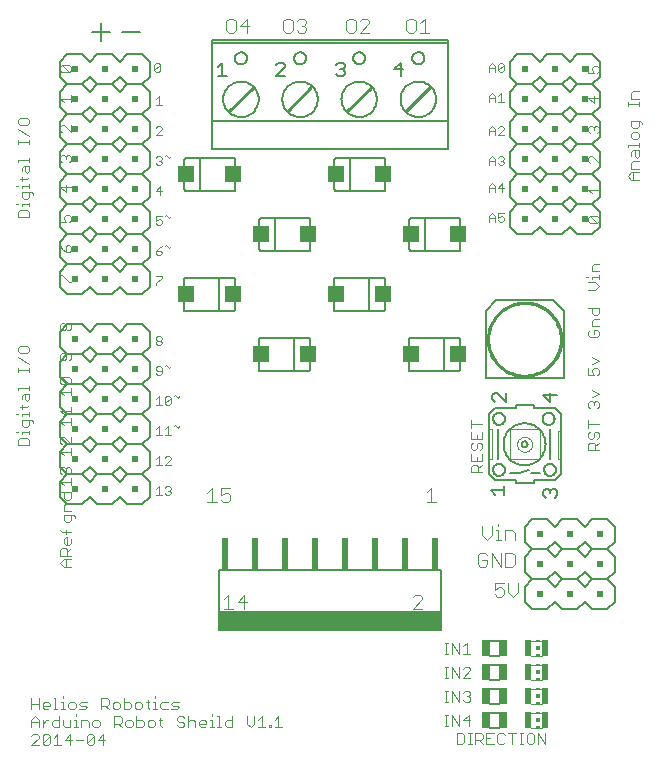
<source format=gto>
G75*
%MOIN*%
%OFA0B0*%
%FSLAX24Y24*%
%IPPOS*%
%LPD*%
%AMOC8*
5,1,8,0,0,1.08239X$1,22.5*
%
%ADD10C,0.0030*%
%ADD11C,0.0040*%
%ADD12C,0.0080*%
%ADD13C,0.0060*%
%ADD14R,0.0200X0.1100*%
%ADD15R,0.7461X0.0659*%
%ADD16C,0.0100*%
%ADD17C,0.0050*%
%ADD18R,0.0200X0.0200*%
%ADD19C,0.0008*%
%ADD20R,0.0551X0.0551*%
%ADD21C,0.0020*%
%ADD22R,0.0118X0.0059*%
%ADD23R,0.0118X0.0118*%
%ADD24R,0.0236X0.0531*%
%ADD25R,0.0256X0.0551*%
D10*
X000715Y005165D02*
X000962Y005412D01*
X000962Y005474D01*
X000900Y005535D01*
X000777Y005535D01*
X000715Y005474D01*
X000715Y005765D02*
X000715Y006012D01*
X000838Y006135D01*
X000962Y006012D01*
X000962Y005765D01*
X001083Y005765D02*
X001083Y006012D01*
X001083Y005888D02*
X001207Y006012D01*
X001268Y006012D01*
X001390Y005950D02*
X001452Y006012D01*
X001637Y006012D01*
X001759Y006012D02*
X001759Y005827D01*
X001820Y005765D01*
X002005Y005765D01*
X002005Y006012D01*
X002127Y006012D02*
X002189Y006012D01*
X002189Y005765D01*
X002250Y005765D02*
X002127Y005765D01*
X002372Y005765D02*
X002372Y006012D01*
X002558Y006012D01*
X002619Y005950D01*
X002619Y005765D01*
X002741Y005827D02*
X002802Y005765D01*
X002926Y005765D01*
X002988Y005827D01*
X002988Y005950D01*
X002926Y006012D01*
X002802Y006012D01*
X002741Y005950D01*
X002741Y005827D01*
X002742Y005535D02*
X002803Y005474D01*
X002557Y005227D01*
X002618Y005165D01*
X002742Y005165D01*
X002803Y005227D01*
X002803Y005474D01*
X002742Y005535D02*
X002618Y005535D01*
X002557Y005474D01*
X002557Y005227D01*
X002435Y005350D02*
X002188Y005350D01*
X002067Y005350D02*
X001820Y005350D01*
X002005Y005535D01*
X002005Y005165D01*
X001699Y005165D02*
X001452Y005165D01*
X001575Y005165D02*
X001575Y005535D01*
X001452Y005412D01*
X001330Y005474D02*
X001083Y005227D01*
X001145Y005165D01*
X001268Y005165D01*
X001330Y005227D01*
X001330Y005474D01*
X001268Y005535D01*
X001145Y005535D01*
X001083Y005474D01*
X001083Y005227D01*
X000962Y005165D02*
X000715Y005165D01*
X000715Y005950D02*
X000962Y005950D01*
X000962Y006365D02*
X000962Y006735D01*
X000962Y006550D02*
X000715Y006550D01*
X000715Y006365D02*
X000715Y006735D01*
X001083Y006550D02*
X001145Y006612D01*
X001268Y006612D01*
X001330Y006550D01*
X001330Y006488D01*
X001083Y006488D01*
X001083Y006427D02*
X001083Y006550D01*
X001083Y006427D02*
X001145Y006365D01*
X001268Y006365D01*
X001452Y006365D02*
X001575Y006365D01*
X001513Y006365D02*
X001513Y006735D01*
X001452Y006735D01*
X001697Y006612D02*
X001759Y006612D01*
X001759Y006365D01*
X001697Y006365D02*
X001821Y006365D01*
X001943Y006427D02*
X002004Y006365D01*
X002128Y006365D01*
X002190Y006427D01*
X002190Y006550D01*
X002128Y006612D01*
X002004Y006612D01*
X001943Y006550D01*
X001943Y006427D01*
X001759Y006735D02*
X001759Y006797D01*
X002311Y006550D02*
X002373Y006612D01*
X002558Y006612D01*
X002496Y006488D02*
X002373Y006488D01*
X002311Y006550D01*
X002311Y006365D02*
X002496Y006365D01*
X002558Y006427D01*
X002496Y006488D01*
X002189Y006197D02*
X002189Y006135D01*
X001637Y006135D02*
X001637Y005765D01*
X001452Y005765D01*
X001390Y005827D01*
X001390Y005950D01*
X002925Y005350D02*
X003172Y005350D01*
X003110Y005165D02*
X003110Y005535D01*
X002925Y005350D01*
X003477Y005765D02*
X003477Y006135D01*
X003663Y006135D01*
X003724Y006074D01*
X003724Y005950D01*
X003663Y005888D01*
X003477Y005888D01*
X003601Y005888D02*
X003724Y005765D01*
X003846Y005827D02*
X003907Y005765D01*
X004031Y005765D01*
X004093Y005827D01*
X004093Y005950D01*
X004031Y006012D01*
X003907Y006012D01*
X003846Y005950D01*
X003846Y005827D01*
X004214Y005765D02*
X004399Y005765D01*
X004461Y005827D01*
X004461Y005950D01*
X004399Y006012D01*
X004214Y006012D01*
X004214Y006135D02*
X004214Y005765D01*
X004582Y005827D02*
X004644Y005765D01*
X004767Y005765D01*
X004829Y005827D01*
X004829Y005950D01*
X004767Y006012D01*
X004644Y006012D01*
X004582Y005950D01*
X004582Y005827D01*
X004951Y006012D02*
X005074Y006012D01*
X005012Y006074D02*
X005012Y005827D01*
X005074Y005765D01*
X005564Y005827D02*
X005626Y005765D01*
X005750Y005765D01*
X005811Y005827D01*
X005811Y005888D01*
X005750Y005950D01*
X005626Y005950D01*
X005564Y006012D01*
X005564Y006074D01*
X005626Y006135D01*
X005750Y006135D01*
X005811Y006074D01*
X005933Y006135D02*
X005933Y005765D01*
X005933Y005950D02*
X005995Y006012D01*
X006118Y006012D01*
X006180Y005950D01*
X006180Y005765D01*
X006301Y005827D02*
X006301Y005950D01*
X006363Y006012D01*
X006486Y006012D01*
X006548Y005950D01*
X006548Y005888D01*
X006301Y005888D01*
X006301Y005827D02*
X006363Y005765D01*
X006486Y005765D01*
X006669Y005765D02*
X006793Y005765D01*
X006731Y005765D02*
X006731Y006012D01*
X006669Y006012D01*
X006731Y006135D02*
X006731Y006197D01*
X006915Y006135D02*
X006977Y006135D01*
X006977Y005765D01*
X007038Y005765D02*
X006915Y005765D01*
X007161Y005827D02*
X007161Y005950D01*
X007222Y006012D01*
X007407Y006012D01*
X007407Y006135D02*
X007407Y005765D01*
X007222Y005765D01*
X007161Y005827D01*
X007897Y005888D02*
X008021Y005765D01*
X008144Y005888D01*
X008144Y006135D01*
X008265Y006012D02*
X008389Y006135D01*
X008389Y005765D01*
X008512Y005765D02*
X008265Y005765D01*
X008634Y005765D02*
X008695Y005765D01*
X008695Y005827D01*
X008634Y005827D01*
X008634Y005765D01*
X008818Y005765D02*
X009065Y005765D01*
X008941Y005765D02*
X008941Y006135D01*
X008818Y006012D01*
X007897Y006135D02*
X007897Y005888D01*
X005627Y006427D02*
X005565Y006488D01*
X005442Y006488D01*
X005380Y006550D01*
X005442Y006612D01*
X005627Y006612D01*
X005627Y006427D02*
X005565Y006365D01*
X005380Y006365D01*
X005259Y006365D02*
X005074Y006365D01*
X005012Y006427D01*
X005012Y006550D01*
X005074Y006612D01*
X005259Y006612D01*
X004828Y006612D02*
X004828Y006365D01*
X004766Y006365D02*
X004890Y006365D01*
X004644Y006365D02*
X004583Y006427D01*
X004583Y006674D01*
X004644Y006612D02*
X004521Y006612D01*
X004399Y006550D02*
X004338Y006612D01*
X004214Y006612D01*
X004153Y006550D01*
X004153Y006427D01*
X004214Y006365D01*
X004338Y006365D01*
X004399Y006427D01*
X004399Y006550D01*
X004031Y006550D02*
X003969Y006612D01*
X003784Y006612D01*
X003784Y006735D02*
X003784Y006365D01*
X003969Y006365D01*
X004031Y006427D01*
X004031Y006550D01*
X003663Y006550D02*
X003601Y006612D01*
X003478Y006612D01*
X003416Y006550D01*
X003416Y006427D01*
X003478Y006365D01*
X003601Y006365D01*
X003663Y006427D01*
X003663Y006550D01*
X003295Y006550D02*
X003295Y006674D01*
X003233Y006735D01*
X003048Y006735D01*
X003048Y006365D01*
X003048Y006488D02*
X003233Y006488D01*
X003295Y006550D01*
X003171Y006488D02*
X003295Y006365D01*
X004766Y006612D02*
X004828Y006612D01*
X004828Y006735D02*
X004828Y006797D01*
X002035Y011115D02*
X001788Y011115D01*
X001665Y011238D01*
X001788Y011361D01*
X002035Y011361D01*
X002035Y011483D02*
X001665Y011483D01*
X001665Y011668D01*
X001726Y011730D01*
X001850Y011730D01*
X001912Y011668D01*
X001912Y011483D01*
X001912Y011606D02*
X002035Y011730D01*
X001973Y011851D02*
X001850Y011851D01*
X001788Y011913D01*
X001788Y012036D01*
X001850Y012098D01*
X001912Y012098D01*
X001912Y011851D01*
X001973Y011851D02*
X002035Y011913D01*
X002035Y012036D01*
X002035Y012281D02*
X001726Y012281D01*
X001665Y012343D01*
X001850Y012343D02*
X001850Y012219D01*
X001850Y012610D02*
X001973Y012610D01*
X002035Y012672D01*
X002035Y012857D01*
X002097Y012857D02*
X001788Y012857D01*
X001788Y012672D01*
X001850Y012610D01*
X002158Y012733D02*
X002158Y012795D01*
X002097Y012857D01*
X002035Y012978D02*
X001788Y012978D01*
X001788Y013164D01*
X001850Y013225D01*
X002035Y013225D01*
X001973Y013347D02*
X001850Y013347D01*
X001788Y013408D01*
X001788Y013594D01*
X001665Y013594D02*
X002035Y013594D01*
X002035Y013408D01*
X001973Y013347D01*
X002035Y013828D02*
X002035Y014075D01*
X002035Y013952D02*
X001665Y013952D01*
X001788Y013828D01*
X001726Y014197D02*
X001665Y014258D01*
X001665Y014382D01*
X001726Y014444D01*
X001788Y014444D01*
X001850Y014382D01*
X001912Y014444D01*
X001973Y014444D01*
X002035Y014382D01*
X002035Y014258D01*
X001973Y014197D01*
X001850Y014320D02*
X001850Y014382D01*
X001788Y014828D02*
X001665Y014952D01*
X002035Y014952D01*
X002035Y015075D02*
X002035Y014828D01*
X002035Y015197D02*
X001788Y015444D01*
X001726Y015444D01*
X001665Y015382D01*
X001665Y015258D01*
X001726Y015197D01*
X002035Y015197D02*
X002035Y015444D01*
X002035Y015828D02*
X002035Y016075D01*
X002035Y016197D02*
X002035Y016444D01*
X002035Y016320D02*
X001665Y016320D01*
X001788Y016197D01*
X001665Y015952D02*
X002035Y015952D01*
X001788Y015828D02*
X001665Y015952D01*
X001788Y016828D02*
X001665Y016952D01*
X002035Y016952D01*
X002035Y017075D02*
X002035Y016828D01*
X001973Y017197D02*
X001726Y017444D01*
X001973Y017444D01*
X002035Y017382D01*
X002035Y017258D01*
X001973Y017197D01*
X001726Y017197D01*
X001665Y017258D01*
X001665Y017382D01*
X001726Y017444D01*
X001726Y017997D02*
X001788Y017997D01*
X001850Y018058D01*
X001850Y018244D01*
X001973Y018244D02*
X002035Y018182D01*
X002035Y018058D01*
X001973Y017997D01*
X001973Y018244D02*
X001726Y018244D01*
X001665Y018182D01*
X001665Y018058D01*
X001726Y017997D01*
X001726Y018997D02*
X001788Y018997D01*
X001850Y019058D01*
X001850Y019182D01*
X001912Y019244D01*
X001973Y019244D01*
X002035Y019182D01*
X002035Y019058D01*
X001973Y018997D01*
X001912Y018997D01*
X001850Y019058D01*
X001850Y019182D02*
X001788Y019244D01*
X001726Y019244D01*
X001665Y019182D01*
X001665Y019058D01*
X001726Y018997D01*
X000635Y018419D02*
X000573Y018481D01*
X000326Y018481D01*
X000265Y018419D01*
X000265Y018296D01*
X000326Y018234D01*
X000573Y018234D01*
X000635Y018296D01*
X000635Y018419D01*
X000265Y018113D02*
X000635Y017866D01*
X000635Y017744D02*
X000635Y017620D01*
X000635Y017682D02*
X000265Y017682D01*
X000265Y017620D02*
X000265Y017744D01*
X000265Y017068D02*
X000635Y017068D01*
X000635Y017007D02*
X000635Y017130D01*
X000635Y016885D02*
X000635Y016700D01*
X000573Y016638D01*
X000512Y016700D01*
X000512Y016885D01*
X000450Y016885D02*
X000635Y016885D01*
X000450Y016885D02*
X000388Y016823D01*
X000388Y016700D01*
X000388Y016516D02*
X000388Y016393D01*
X000326Y016454D02*
X000573Y016454D01*
X000635Y016516D01*
X000635Y016271D02*
X000635Y016147D01*
X000635Y016209D02*
X000388Y016209D01*
X000388Y016147D01*
X000388Y016026D02*
X000388Y015841D01*
X000450Y015779D01*
X000573Y015779D01*
X000635Y015841D01*
X000635Y016026D01*
X000697Y016026D02*
X000388Y016026D01*
X000265Y016209D02*
X000203Y016209D01*
X000203Y015595D02*
X000265Y015595D01*
X000388Y015595D02*
X000635Y015595D01*
X000635Y015533D02*
X000635Y015657D01*
X000573Y015412D02*
X000326Y015412D01*
X000265Y015350D01*
X000265Y015165D01*
X000635Y015165D01*
X000635Y015350D01*
X000573Y015412D01*
X000388Y015533D02*
X000388Y015595D01*
X000758Y015902D02*
X000758Y015964D01*
X000697Y016026D01*
X000265Y017007D02*
X000265Y017068D01*
X001665Y020597D02*
X001665Y020844D01*
X001726Y020844D01*
X001973Y020597D01*
X002035Y020597D01*
X001973Y021597D02*
X001850Y021597D01*
X001850Y021782D01*
X001912Y021844D01*
X001973Y021844D01*
X002035Y021782D01*
X002035Y021658D01*
X001973Y021597D01*
X001850Y021597D02*
X001726Y021720D01*
X001665Y021844D01*
X001665Y022597D02*
X001850Y022597D01*
X001788Y022720D01*
X001788Y022782D01*
X001850Y022844D01*
X001973Y022844D01*
X002035Y022782D01*
X002035Y022658D01*
X001973Y022597D01*
X001665Y022597D02*
X001665Y022844D01*
X001850Y023597D02*
X001850Y023844D01*
X002035Y023782D02*
X001665Y023782D01*
X001850Y023597D01*
X001973Y024597D02*
X002035Y024658D01*
X002035Y024782D01*
X001973Y024844D01*
X001912Y024844D01*
X001850Y024782D01*
X001850Y024720D01*
X001850Y024782D02*
X001788Y024844D01*
X001726Y024844D01*
X001665Y024782D01*
X001665Y024658D01*
X001726Y024597D01*
X001726Y025597D02*
X001665Y025658D01*
X001665Y025782D01*
X001726Y025844D01*
X001788Y025844D01*
X002035Y025597D01*
X002035Y025844D01*
X002035Y026597D02*
X002035Y026844D01*
X002035Y026720D02*
X001665Y026720D01*
X001788Y026597D01*
X001726Y027597D02*
X001665Y027658D01*
X001665Y027782D01*
X001726Y027844D01*
X001973Y027597D01*
X002035Y027658D01*
X002035Y027782D01*
X001973Y027844D01*
X001726Y027844D01*
X001726Y027597D02*
X001973Y027597D01*
X000573Y026081D02*
X000326Y026081D01*
X000265Y026019D01*
X000265Y025896D01*
X000326Y025834D01*
X000573Y025834D01*
X000635Y025896D01*
X000635Y026019D01*
X000573Y026081D01*
X000265Y025713D02*
X000635Y025466D01*
X000635Y025344D02*
X000635Y025220D01*
X000635Y025282D02*
X000265Y025282D01*
X000265Y025220D02*
X000265Y025344D01*
X000265Y024668D02*
X000635Y024668D01*
X000635Y024607D02*
X000635Y024730D01*
X000635Y024485D02*
X000635Y024300D01*
X000573Y024238D01*
X000512Y024300D01*
X000512Y024485D01*
X000450Y024485D02*
X000635Y024485D01*
X000450Y024485D02*
X000388Y024423D01*
X000388Y024300D01*
X000388Y024116D02*
X000388Y023993D01*
X000326Y024054D02*
X000573Y024054D01*
X000635Y024116D01*
X000635Y023871D02*
X000635Y023747D01*
X000635Y023809D02*
X000388Y023809D01*
X000388Y023747D01*
X000388Y023626D02*
X000388Y023441D01*
X000450Y023379D01*
X000573Y023379D01*
X000635Y023441D01*
X000635Y023626D01*
X000697Y023626D02*
X000758Y023564D01*
X000758Y023502D01*
X000697Y023626D02*
X000388Y023626D01*
X000265Y023809D02*
X000203Y023809D01*
X000203Y023195D02*
X000265Y023195D01*
X000388Y023195D02*
X000635Y023195D01*
X000635Y023133D02*
X000635Y023257D01*
X000573Y023012D02*
X000326Y023012D01*
X000265Y022950D01*
X000265Y022765D01*
X000635Y022765D01*
X000635Y022950D01*
X000573Y023012D01*
X000388Y023133D02*
X000388Y023195D01*
X000265Y024607D02*
X000265Y024668D01*
X004865Y024757D02*
X004913Y024805D01*
X005010Y024805D01*
X005058Y024757D01*
X005058Y024708D01*
X005010Y024660D01*
X005058Y024612D01*
X005058Y024563D01*
X005010Y024515D01*
X004913Y024515D01*
X004865Y024563D01*
X004962Y024660D02*
X005010Y024660D01*
X005160Y024805D02*
X005208Y024854D01*
X005305Y024757D01*
X005353Y024805D01*
X005058Y025515D02*
X004865Y025515D01*
X005058Y025708D01*
X005058Y025757D01*
X005010Y025805D01*
X004913Y025805D01*
X004865Y025757D01*
X004865Y026515D02*
X005058Y026515D01*
X004962Y026515D02*
X004962Y026805D01*
X004865Y026708D01*
X004863Y027615D02*
X004815Y027663D01*
X005008Y027857D01*
X005008Y027663D01*
X004960Y027615D01*
X004863Y027615D01*
X004815Y027663D02*
X004815Y027857D01*
X004863Y027905D01*
X004960Y027905D01*
X005008Y027857D01*
X005010Y023805D02*
X004865Y023660D01*
X005058Y023660D01*
X005010Y023515D02*
X005010Y023805D01*
X005208Y022854D02*
X005160Y022805D01*
X005208Y022854D02*
X005305Y022757D01*
X005353Y022805D01*
X005058Y022805D02*
X004865Y022805D01*
X004865Y022660D01*
X004962Y022708D01*
X005010Y022708D01*
X005058Y022660D01*
X005058Y022563D01*
X005010Y022515D01*
X004913Y022515D01*
X004865Y022563D01*
X005208Y021854D02*
X005305Y021757D01*
X005353Y021805D01*
X005208Y021854D02*
X005160Y021805D01*
X005058Y021805D02*
X004962Y021757D01*
X004865Y021660D01*
X005010Y021660D01*
X005058Y021612D01*
X005058Y021563D01*
X005010Y021515D01*
X004913Y021515D01*
X004865Y021563D01*
X004865Y021660D01*
X004865Y020805D02*
X005058Y020805D01*
X005058Y020757D01*
X004865Y020563D01*
X004865Y020515D01*
X004913Y018805D02*
X005010Y018805D01*
X005058Y018757D01*
X005058Y018708D01*
X005010Y018660D01*
X004913Y018660D01*
X004865Y018708D01*
X004865Y018757D01*
X004913Y018805D01*
X004913Y018660D02*
X004865Y018612D01*
X004865Y018563D01*
X004913Y018515D01*
X005010Y018515D01*
X005058Y018563D01*
X005058Y018612D01*
X005010Y018660D01*
X005208Y017854D02*
X005160Y017805D01*
X005208Y017854D02*
X005305Y017757D01*
X005353Y017805D01*
X005058Y017757D02*
X005058Y017563D01*
X005010Y017515D01*
X004913Y017515D01*
X004865Y017563D01*
X004913Y017660D02*
X005058Y017660D01*
X005058Y017757D02*
X005010Y017805D01*
X004913Y017805D01*
X004865Y017757D01*
X004865Y017708D01*
X004913Y017660D01*
X004962Y016805D02*
X004962Y016515D01*
X005058Y016515D02*
X004865Y016515D01*
X004865Y016708D02*
X004962Y016805D01*
X005160Y016757D02*
X005160Y016563D01*
X005353Y016757D01*
X005353Y016563D01*
X005305Y016515D01*
X005208Y016515D01*
X005160Y016563D01*
X005160Y016757D02*
X005208Y016805D01*
X005305Y016805D01*
X005353Y016757D01*
X005454Y016805D02*
X005503Y016854D01*
X005599Y016757D01*
X005648Y016805D01*
X005503Y015854D02*
X005599Y015757D01*
X005648Y015805D01*
X005503Y015854D02*
X005454Y015805D01*
X005256Y015805D02*
X005256Y015515D01*
X005160Y015515D02*
X005353Y015515D01*
X005160Y015708D02*
X005256Y015805D01*
X005058Y015515D02*
X004865Y015515D01*
X004962Y015515D02*
X004962Y015805D01*
X004865Y015708D01*
X004962Y014805D02*
X004962Y014515D01*
X005058Y014515D02*
X004865Y014515D01*
X004865Y014708D02*
X004962Y014805D01*
X005160Y014757D02*
X005208Y014805D01*
X005305Y014805D01*
X005353Y014757D01*
X005353Y014708D01*
X005160Y014515D01*
X005353Y014515D01*
X005305Y013805D02*
X005353Y013757D01*
X005353Y013708D01*
X005305Y013660D01*
X005353Y013612D01*
X005353Y013563D01*
X005305Y013515D01*
X005208Y013515D01*
X005160Y013563D01*
X005058Y013515D02*
X004865Y013515D01*
X004962Y013515D02*
X004962Y013805D01*
X004865Y013708D01*
X005160Y013757D02*
X005208Y013805D01*
X005305Y013805D01*
X005305Y013660D02*
X005256Y013660D01*
X001850Y011361D02*
X001850Y011115D01*
X014483Y008585D02*
X014606Y008585D01*
X014545Y008585D02*
X014545Y008215D01*
X014606Y008215D02*
X014483Y008215D01*
X014483Y007785D02*
X014606Y007785D01*
X014545Y007785D02*
X014545Y007415D01*
X014606Y007415D02*
X014483Y007415D01*
X014483Y006985D02*
X014606Y006985D01*
X014545Y006985D02*
X014545Y006615D01*
X014606Y006615D02*
X014483Y006615D01*
X014728Y006615D02*
X014728Y006985D01*
X014975Y006615D01*
X014975Y006985D01*
X015097Y006924D02*
X015158Y006985D01*
X015282Y006985D01*
X015344Y006924D01*
X015344Y006862D01*
X015282Y006800D01*
X015344Y006738D01*
X015344Y006677D01*
X015282Y006615D01*
X015158Y006615D01*
X015097Y006677D01*
X015220Y006800D02*
X015282Y006800D01*
X015282Y006185D02*
X015097Y006000D01*
X015344Y006000D01*
X015282Y005815D02*
X015282Y006185D01*
X014975Y006185D02*
X014975Y005815D01*
X014728Y006185D01*
X014728Y005815D01*
X014606Y005815D02*
X014483Y005815D01*
X014545Y005815D02*
X014545Y006185D01*
X014606Y006185D02*
X014483Y006185D01*
X014896Y005585D02*
X015081Y005585D01*
X015143Y005524D01*
X015143Y005277D01*
X015081Y005215D01*
X014896Y005215D01*
X014896Y005585D01*
X015264Y005585D02*
X015387Y005585D01*
X015326Y005585D02*
X015326Y005215D01*
X015387Y005215D02*
X015264Y005215D01*
X015510Y005215D02*
X015510Y005585D01*
X015695Y005585D01*
X015756Y005524D01*
X015756Y005400D01*
X015695Y005338D01*
X015510Y005338D01*
X015633Y005338D02*
X015756Y005215D01*
X015878Y005215D02*
X015878Y005585D01*
X016125Y005585D01*
X016246Y005524D02*
X016246Y005277D01*
X016308Y005215D01*
X016431Y005215D01*
X016493Y005277D01*
X016493Y005524D02*
X016431Y005585D01*
X016308Y005585D01*
X016246Y005524D01*
X016125Y005215D02*
X015878Y005215D01*
X015878Y005400D02*
X016001Y005400D01*
X016615Y005585D02*
X016861Y005585D01*
X016983Y005585D02*
X017106Y005585D01*
X017045Y005585D02*
X017045Y005215D01*
X017106Y005215D02*
X016983Y005215D01*
X016738Y005215D02*
X016738Y005585D01*
X017228Y005524D02*
X017228Y005277D01*
X017290Y005215D01*
X017414Y005215D01*
X017475Y005277D01*
X017475Y005524D01*
X017414Y005585D01*
X017290Y005585D01*
X017228Y005524D01*
X017597Y005585D02*
X017597Y005215D01*
X017844Y005215D02*
X017597Y005585D01*
X017844Y005585D02*
X017844Y005215D01*
X015344Y007415D02*
X015097Y007415D01*
X015344Y007662D01*
X015344Y007724D01*
X015282Y007785D01*
X015158Y007785D01*
X015097Y007724D01*
X014975Y007785D02*
X014975Y007415D01*
X014728Y007785D01*
X014728Y007415D01*
X014728Y008215D02*
X014728Y008585D01*
X014975Y008215D01*
X014975Y008585D01*
X015097Y008462D02*
X015220Y008585D01*
X015220Y008215D01*
X015097Y008215D02*
X015344Y008215D01*
X015365Y014273D02*
X015365Y014459D01*
X015426Y014520D01*
X015550Y014520D01*
X015612Y014459D01*
X015612Y014273D01*
X015735Y014273D02*
X015365Y014273D01*
X015365Y014642D02*
X015735Y014642D01*
X015735Y014889D01*
X015673Y015010D02*
X015735Y015072D01*
X015735Y015195D01*
X015673Y015257D01*
X015612Y015257D01*
X015550Y015195D01*
X015550Y015072D01*
X015488Y015010D01*
X015426Y015010D01*
X015365Y015072D01*
X015365Y015195D01*
X015426Y015257D01*
X015365Y015378D02*
X015365Y015625D01*
X015365Y015747D02*
X015365Y015994D01*
X015365Y015870D02*
X015735Y015870D01*
X015735Y015625D02*
X015735Y015378D01*
X015365Y015378D01*
X015550Y015378D02*
X015550Y015502D01*
X015365Y014889D02*
X015365Y014642D01*
X015550Y014642D02*
X015550Y014765D01*
X015735Y014520D02*
X015612Y014397D01*
X019265Y015011D02*
X019265Y015196D01*
X019326Y015258D01*
X019450Y015258D01*
X019512Y015196D01*
X019512Y015011D01*
X019635Y015011D02*
X019265Y015011D01*
X019326Y015379D02*
X019265Y015441D01*
X019265Y015564D01*
X019326Y015626D01*
X019265Y015748D02*
X019265Y015995D01*
X019265Y015871D02*
X019635Y015871D01*
X019573Y015626D02*
X019635Y015564D01*
X019635Y015441D01*
X019573Y015379D01*
X019635Y015258D02*
X019512Y015134D01*
X019388Y015379D02*
X019450Y015441D01*
X019450Y015564D01*
X019512Y015626D01*
X019573Y015626D01*
X019388Y015379D02*
X019326Y015379D01*
X019326Y016397D02*
X019265Y016459D01*
X019265Y016582D01*
X019326Y016644D01*
X019388Y016644D01*
X019450Y016582D01*
X019512Y016644D01*
X019573Y016644D01*
X019635Y016582D01*
X019635Y016459D01*
X019573Y016397D01*
X019450Y016520D02*
X019450Y016582D01*
X019388Y016765D02*
X019635Y016889D01*
X019388Y017012D01*
X019450Y017497D02*
X019265Y017497D01*
X019265Y017744D01*
X019388Y017682D02*
X019388Y017620D01*
X019450Y017497D01*
X019573Y017497D02*
X019635Y017559D01*
X019635Y017682D01*
X019573Y017744D01*
X019450Y017744D01*
X019388Y017682D01*
X019388Y017865D02*
X019635Y017989D01*
X019388Y018112D01*
X019326Y018769D02*
X019573Y018769D01*
X019635Y018831D01*
X019635Y018954D01*
X019573Y019016D01*
X019450Y019016D01*
X019450Y018892D01*
X019326Y018769D02*
X019265Y018831D01*
X019265Y018954D01*
X019326Y019016D01*
X019388Y019137D02*
X019388Y019322D01*
X019450Y019384D01*
X019635Y019384D01*
X019573Y019506D02*
X019450Y019506D01*
X019388Y019567D01*
X019388Y019752D01*
X019265Y019752D02*
X019635Y019752D01*
X019635Y019567D01*
X019573Y019506D01*
X019635Y019137D02*
X019388Y019137D01*
X019265Y020347D02*
X019512Y020347D01*
X019635Y020470D01*
X019512Y020594D01*
X019265Y020594D01*
X019388Y020715D02*
X019388Y020777D01*
X019635Y020777D01*
X019635Y020715D02*
X019635Y020839D01*
X019635Y020961D02*
X019388Y020961D01*
X019388Y021146D01*
X019450Y021208D01*
X019635Y021208D01*
X019265Y020777D02*
X019203Y020777D01*
X019326Y022565D02*
X019265Y022627D01*
X019265Y022750D01*
X019326Y022812D01*
X019573Y022565D01*
X019635Y022627D01*
X019635Y022750D01*
X019573Y022812D01*
X019326Y022812D01*
X019326Y022565D02*
X019573Y022565D01*
X019635Y023565D02*
X019635Y023812D01*
X019635Y023688D02*
X019265Y023688D01*
X019388Y023565D01*
X019326Y024565D02*
X019265Y024627D01*
X019265Y024750D01*
X019326Y024812D01*
X019388Y024812D01*
X019635Y024565D01*
X019635Y024812D01*
X019573Y025565D02*
X019635Y025627D01*
X019635Y025750D01*
X019573Y025812D01*
X019512Y025812D01*
X019450Y025750D01*
X019450Y025688D01*
X019450Y025750D02*
X019388Y025812D01*
X019326Y025812D01*
X019265Y025750D01*
X019265Y025627D01*
X019326Y025565D01*
X019450Y026565D02*
X019450Y026812D01*
X019635Y026750D02*
X019265Y026750D01*
X019450Y026565D01*
X019450Y027565D02*
X019265Y027565D01*
X019265Y027812D01*
X019388Y027750D02*
X019450Y027812D01*
X019573Y027812D01*
X019635Y027750D01*
X019635Y027627D01*
X019573Y027565D01*
X019450Y027565D02*
X019388Y027688D01*
X019388Y027750D01*
X020706Y026905D02*
X020706Y026720D01*
X020953Y026720D01*
X020953Y026598D02*
X020953Y026474D01*
X020953Y026536D02*
X020583Y026536D01*
X020583Y026474D02*
X020583Y026598D01*
X020706Y026905D02*
X020768Y026967D01*
X020953Y026967D01*
X020953Y025985D02*
X020953Y025799D01*
X020891Y025738D01*
X020768Y025738D01*
X020706Y025799D01*
X020706Y025985D01*
X021015Y025985D01*
X021076Y025923D01*
X021076Y025861D01*
X020891Y025616D02*
X020768Y025616D01*
X020706Y025555D01*
X020706Y025431D01*
X020768Y025369D01*
X020891Y025369D01*
X020953Y025431D01*
X020953Y025555D01*
X020891Y025616D01*
X020953Y025247D02*
X020953Y025124D01*
X020953Y025186D02*
X020583Y025186D01*
X020583Y025124D01*
X020706Y024941D02*
X020768Y025002D01*
X020953Y025002D01*
X020953Y024817D01*
X020891Y024756D01*
X020830Y024817D01*
X020830Y025002D01*
X020706Y024941D02*
X020706Y024817D01*
X020768Y024634D02*
X020953Y024634D01*
X020768Y024634D02*
X020706Y024572D01*
X020706Y024387D01*
X020953Y024387D01*
X020953Y024266D02*
X020706Y024266D01*
X020583Y024142D01*
X020706Y024019D01*
X020953Y024019D01*
X020768Y024019D02*
X020768Y024266D01*
X016464Y024563D02*
X016415Y024515D01*
X016319Y024515D01*
X016270Y024563D01*
X016169Y024515D02*
X016169Y024708D01*
X016072Y024805D01*
X015976Y024708D01*
X015976Y024515D01*
X015976Y024660D02*
X016169Y024660D01*
X016270Y024757D02*
X016319Y024805D01*
X016415Y024805D01*
X016464Y024757D01*
X016464Y024708D01*
X016415Y024660D01*
X016464Y024612D01*
X016464Y024563D01*
X016415Y024660D02*
X016367Y024660D01*
X016415Y023905D02*
X016270Y023760D01*
X016464Y023760D01*
X016415Y023615D02*
X016415Y023905D01*
X016169Y023808D02*
X016169Y023615D01*
X016169Y023760D02*
X015976Y023760D01*
X015976Y023808D02*
X016072Y023905D01*
X016169Y023808D01*
X015976Y023808D02*
X015976Y023615D01*
X016072Y022905D02*
X015976Y022808D01*
X015976Y022615D01*
X015976Y022760D02*
X016169Y022760D01*
X016169Y022808D02*
X016169Y022615D01*
X016270Y022663D02*
X016319Y022615D01*
X016415Y022615D01*
X016464Y022663D01*
X016464Y022760D01*
X016415Y022808D01*
X016367Y022808D01*
X016270Y022760D01*
X016270Y022905D01*
X016464Y022905D01*
X016169Y022808D02*
X016072Y022905D01*
X015976Y025515D02*
X015976Y025708D01*
X016072Y025805D01*
X016169Y025708D01*
X016169Y025515D01*
X016270Y025515D02*
X016464Y025708D01*
X016464Y025757D01*
X016415Y025805D01*
X016319Y025805D01*
X016270Y025757D01*
X016169Y025660D02*
X015976Y025660D01*
X016270Y025515D02*
X016464Y025515D01*
X016464Y026615D02*
X016270Y026615D01*
X016367Y026615D02*
X016367Y026905D01*
X016270Y026808D01*
X016169Y026808D02*
X016072Y026905D01*
X015976Y026808D01*
X015976Y026615D01*
X015976Y026760D02*
X016169Y026760D01*
X016169Y026808D02*
X016169Y026615D01*
X016169Y027615D02*
X016169Y027808D01*
X016072Y027905D01*
X015976Y027808D01*
X015976Y027615D01*
X015976Y027760D02*
X016169Y027760D01*
X016270Y027663D02*
X016270Y027857D01*
X016319Y027905D01*
X016415Y027905D01*
X016464Y027857D01*
X016270Y027663D01*
X016319Y027615D01*
X016415Y027615D01*
X016464Y027663D01*
X016464Y027857D01*
D11*
X013977Y028920D02*
X013670Y028920D01*
X013823Y028920D02*
X013823Y029380D01*
X013670Y029227D01*
X013517Y029304D02*
X013440Y029380D01*
X013286Y029380D01*
X013210Y029304D01*
X013210Y028997D01*
X013286Y028920D01*
X013440Y028920D01*
X013517Y028997D01*
X013517Y029304D01*
X011977Y029304D02*
X011977Y029227D01*
X011670Y028920D01*
X011977Y028920D01*
X011977Y029304D02*
X011900Y029380D01*
X011747Y029380D01*
X011670Y029304D01*
X011517Y029304D02*
X011440Y029380D01*
X011286Y029380D01*
X011210Y029304D01*
X011210Y028997D01*
X011286Y028920D01*
X011440Y028920D01*
X011517Y028997D01*
X011517Y029304D01*
X009877Y029304D02*
X009877Y029227D01*
X009800Y029150D01*
X009877Y029073D01*
X009877Y028997D01*
X009800Y028920D01*
X009647Y028920D01*
X009570Y028997D01*
X009417Y028997D02*
X009340Y028920D01*
X009186Y028920D01*
X009110Y028997D01*
X009110Y029304D01*
X009186Y029380D01*
X009340Y029380D01*
X009417Y029304D01*
X009417Y028997D01*
X009723Y029150D02*
X009800Y029150D01*
X009877Y029304D02*
X009800Y029380D01*
X009647Y029380D01*
X009570Y029304D01*
X007977Y029150D02*
X007670Y029150D01*
X007900Y029380D01*
X007900Y028920D01*
X007517Y028997D02*
X007517Y029304D01*
X007440Y029380D01*
X007286Y029380D01*
X007210Y029304D01*
X007210Y028997D01*
X007286Y028920D01*
X007440Y028920D01*
X007517Y028997D01*
X014035Y013751D02*
X014035Y013290D01*
X013882Y013290D02*
X014189Y013290D01*
X013882Y013597D02*
X014035Y013751D01*
X015742Y012480D02*
X015742Y012173D01*
X015896Y012020D01*
X016049Y012173D01*
X016049Y012480D01*
X016203Y012327D02*
X016279Y012327D01*
X016279Y012020D01*
X016203Y012020D02*
X016356Y012020D01*
X016510Y012020D02*
X016510Y012327D01*
X016740Y012327D01*
X016817Y012250D01*
X016817Y012020D01*
X016740Y011580D02*
X016510Y011580D01*
X016510Y011120D01*
X016740Y011120D01*
X016817Y011197D01*
X016817Y011504D01*
X016740Y011580D01*
X016356Y011580D02*
X016356Y011120D01*
X016049Y011580D01*
X016049Y011120D01*
X015896Y011197D02*
X015896Y011350D01*
X015742Y011350D01*
X015589Y011197D02*
X015666Y011120D01*
X015819Y011120D01*
X015896Y011197D01*
X015896Y011504D02*
X015819Y011580D01*
X015666Y011580D01*
X015589Y011504D01*
X015589Y011197D01*
X016149Y010580D02*
X016149Y010350D01*
X016303Y010427D01*
X016379Y010427D01*
X016456Y010350D01*
X016456Y010197D01*
X016379Y010120D01*
X016226Y010120D01*
X016149Y010197D01*
X016149Y010580D02*
X016456Y010580D01*
X016610Y010580D02*
X016610Y010273D01*
X016763Y010120D01*
X016917Y010273D01*
X016917Y010580D01*
X016279Y012480D02*
X016279Y012557D01*
X013736Y010104D02*
X013659Y010180D01*
X013505Y010180D01*
X013429Y010104D01*
X013736Y010104D02*
X013736Y010027D01*
X013429Y009720D01*
X013736Y009720D01*
X017373Y008646D02*
X017727Y008646D01*
X017727Y008154D02*
X017363Y008154D01*
X017373Y007846D02*
X017727Y007846D01*
X017727Y007354D02*
X017363Y007354D01*
X017373Y007046D02*
X017727Y007046D01*
X017727Y006554D02*
X017363Y006554D01*
X017373Y006246D02*
X017727Y006246D01*
X017727Y005754D02*
X017363Y005754D01*
X007814Y009720D02*
X007814Y010180D01*
X007584Y009950D01*
X007891Y009950D01*
X007431Y009720D02*
X007124Y009720D01*
X007277Y009720D02*
X007277Y010180D01*
X007124Y010027D01*
X007114Y013267D02*
X007037Y013344D01*
X007114Y013267D02*
X007268Y013267D01*
X007344Y013344D01*
X007344Y013497D01*
X007268Y013574D01*
X007191Y013574D01*
X007037Y013497D01*
X007037Y013727D01*
X007344Y013727D01*
X006730Y013727D02*
X006730Y013267D01*
X006577Y013267D02*
X006884Y013267D01*
X006577Y013574D02*
X006730Y013727D01*
D12*
X004650Y013950D02*
X004650Y013450D01*
X004400Y013200D01*
X003900Y013200D01*
X003650Y013450D01*
X003400Y013200D01*
X002900Y013200D01*
X002650Y013450D01*
X002400Y013200D01*
X001900Y013200D01*
X001650Y013450D01*
X001650Y013950D01*
X001900Y014200D01*
X002400Y014200D01*
X002650Y013950D01*
X002900Y014200D01*
X003400Y014200D01*
X003650Y013950D01*
X003900Y014200D01*
X004400Y014200D01*
X004650Y013950D01*
X004400Y014200D02*
X003900Y014200D01*
X003650Y014450D01*
X003400Y014200D01*
X002900Y014200D01*
X002650Y014450D01*
X002400Y014200D01*
X001900Y014200D01*
X001650Y014450D01*
X001650Y014950D01*
X001900Y015200D01*
X002400Y015200D01*
X002650Y014950D01*
X002900Y015200D01*
X003400Y015200D01*
X003650Y014950D01*
X003900Y015200D01*
X004400Y015200D01*
X004650Y014950D01*
X004650Y014450D01*
X004400Y014200D01*
X004400Y015200D02*
X003900Y015200D01*
X003650Y015450D01*
X003400Y015200D01*
X002900Y015200D01*
X002650Y015450D01*
X002400Y015200D01*
X001900Y015200D01*
X001650Y015450D01*
X001650Y015950D01*
X001900Y016200D01*
X002400Y016200D01*
X002650Y015950D01*
X002900Y016200D01*
X003400Y016200D01*
X003650Y015950D01*
X003900Y016200D01*
X004400Y016200D01*
X004650Y015950D01*
X004650Y015450D01*
X004400Y015200D01*
X004400Y016200D02*
X003900Y016200D01*
X003650Y016450D01*
X003400Y016200D01*
X002900Y016200D01*
X002650Y016450D01*
X002400Y016200D01*
X001900Y016200D01*
X001650Y016450D01*
X001650Y016950D01*
X001900Y017200D01*
X002400Y017200D01*
X002650Y016950D01*
X002900Y017200D01*
X003400Y017200D01*
X003650Y016950D01*
X003900Y017200D01*
X004400Y017200D01*
X004650Y016950D01*
X004650Y016450D01*
X004400Y016200D01*
X004400Y017200D02*
X003900Y017200D01*
X003650Y017450D01*
X003400Y017200D01*
X002900Y017200D01*
X002650Y017450D01*
X002400Y017200D01*
X001900Y017200D01*
X001650Y017450D01*
X001650Y017950D01*
X001900Y018200D01*
X002400Y018200D01*
X002650Y017950D01*
X002900Y018200D01*
X003400Y018200D01*
X003650Y017950D01*
X003900Y018200D01*
X004400Y018200D01*
X004650Y017950D01*
X004650Y017450D01*
X004400Y017200D01*
X004400Y018200D02*
X003900Y018200D01*
X003650Y018450D01*
X003400Y018200D01*
X002900Y018200D01*
X002650Y018450D01*
X002400Y018200D01*
X001900Y018200D01*
X001650Y018450D01*
X001650Y018950D01*
X001900Y019200D01*
X002400Y019200D01*
X002650Y018950D01*
X002900Y019200D01*
X003400Y019200D01*
X003650Y018950D01*
X003900Y019200D01*
X004400Y019200D01*
X004650Y018950D01*
X004650Y018450D01*
X004400Y018200D01*
X004400Y020200D02*
X003900Y020200D01*
X003650Y020450D01*
X003400Y020200D01*
X002900Y020200D01*
X002650Y020450D01*
X002400Y020200D01*
X001900Y020200D01*
X001650Y020450D01*
X001650Y020950D01*
X001900Y021200D01*
X002400Y021200D01*
X002650Y020950D01*
X002900Y021200D01*
X003400Y021200D01*
X003650Y020950D01*
X003900Y021200D01*
X004400Y021200D01*
X004650Y020950D01*
X004650Y020450D01*
X004400Y020200D01*
X004400Y021200D02*
X003900Y021200D01*
X003650Y021450D01*
X003400Y021200D01*
X002900Y021200D01*
X002650Y021450D01*
X002400Y021200D01*
X001900Y021200D01*
X001650Y021450D01*
X001650Y021950D01*
X001900Y022200D01*
X002400Y022200D01*
X002650Y021950D01*
X002900Y022200D01*
X003400Y022200D01*
X003650Y021950D01*
X003900Y022200D01*
X004400Y022200D01*
X004650Y021950D01*
X004650Y021450D01*
X004400Y021200D01*
X004400Y022200D02*
X003900Y022200D01*
X003650Y022450D01*
X003400Y022200D01*
X002900Y022200D01*
X002650Y022450D01*
X002400Y022200D01*
X001900Y022200D01*
X001650Y022450D01*
X001650Y022950D01*
X001900Y023200D01*
X002400Y023200D01*
X002650Y022950D01*
X002900Y023200D01*
X003400Y023200D01*
X003650Y022950D01*
X003900Y023200D01*
X004400Y023200D01*
X004650Y022950D01*
X004650Y022450D01*
X004400Y022200D01*
X004400Y023200D02*
X003900Y023200D01*
X003650Y023450D01*
X003400Y023200D01*
X002900Y023200D01*
X002650Y023450D01*
X002400Y023200D01*
X001900Y023200D01*
X001650Y023450D01*
X001650Y023950D01*
X001900Y024200D01*
X002400Y024200D01*
X002650Y023950D01*
X002900Y024200D01*
X003400Y024200D01*
X003650Y023950D01*
X003900Y024200D01*
X004400Y024200D01*
X004650Y023950D01*
X004650Y023450D01*
X004400Y023200D01*
X004400Y024200D02*
X003900Y024200D01*
X003650Y024450D01*
X003400Y024200D01*
X002900Y024200D01*
X002650Y024450D01*
X002400Y024200D01*
X001900Y024200D01*
X001650Y024450D01*
X001650Y024950D01*
X001900Y025200D01*
X002400Y025200D01*
X002650Y024950D01*
X002900Y025200D01*
X003400Y025200D01*
X003650Y024950D01*
X003900Y025200D01*
X004400Y025200D01*
X004650Y024950D01*
X004650Y024450D01*
X004400Y024200D01*
X004400Y025200D02*
X003900Y025200D01*
X003650Y025450D01*
X003400Y025200D01*
X002900Y025200D01*
X002650Y025450D01*
X002400Y025200D01*
X001900Y025200D01*
X001650Y025450D01*
X001650Y025950D01*
X001900Y026200D01*
X002400Y026200D01*
X002650Y025950D01*
X002900Y026200D01*
X003400Y026200D01*
X003650Y025950D01*
X003900Y026200D01*
X004400Y026200D01*
X004650Y025950D01*
X004650Y025450D01*
X004400Y025200D01*
X004400Y026200D02*
X003900Y026200D01*
X003650Y026450D01*
X003400Y026200D01*
X002900Y026200D01*
X002650Y026450D01*
X002400Y026200D01*
X001900Y026200D01*
X001650Y026450D01*
X001650Y026950D01*
X001900Y027200D01*
X002400Y027200D01*
X002650Y027450D01*
X002900Y027200D01*
X003400Y027200D01*
X003650Y027450D01*
X003900Y027200D01*
X004400Y027200D01*
X004650Y027450D01*
X004650Y027950D01*
X004400Y028200D01*
X003900Y028200D01*
X003650Y027950D01*
X003400Y028200D01*
X002900Y028200D01*
X002650Y027950D01*
X002400Y028200D01*
X001900Y028200D01*
X001650Y027950D01*
X001650Y027450D01*
X001900Y027200D01*
X002400Y027200D01*
X002650Y026950D01*
X002900Y027200D01*
X003400Y027200D01*
X003650Y026950D01*
X003900Y027200D01*
X004400Y027200D01*
X004650Y026950D01*
X004650Y026450D01*
X004400Y026200D01*
X003037Y028643D02*
X003037Y029257D01*
X003343Y028950D02*
X002730Y028950D01*
X003730Y028950D02*
X004343Y028950D01*
X015851Y019645D02*
X015851Y017401D01*
X016717Y017401D01*
X017583Y017401D01*
X018449Y017401D01*
X018449Y019645D01*
X018095Y019999D01*
X017583Y019999D01*
X016717Y019999D01*
X016205Y019999D01*
X015851Y019645D01*
X016900Y022200D02*
X017400Y022200D01*
X017650Y022450D01*
X017900Y022200D01*
X018400Y022200D01*
X018650Y022450D01*
X018900Y022200D01*
X019400Y022200D01*
X019650Y022450D01*
X019650Y022950D01*
X019400Y023200D01*
X018900Y023200D01*
X018650Y022950D01*
X018400Y023200D01*
X017900Y023200D01*
X017650Y022950D01*
X017400Y023200D01*
X016900Y023200D01*
X016650Y022950D01*
X016650Y022450D01*
X016900Y022200D01*
X016900Y023200D02*
X017400Y023200D01*
X017650Y023450D01*
X017900Y023200D01*
X018400Y023200D01*
X018650Y023450D01*
X018900Y023200D01*
X019400Y023200D01*
X019650Y023450D01*
X019650Y023950D01*
X019400Y024200D01*
X018900Y024200D01*
X018650Y023950D01*
X018400Y024200D01*
X017900Y024200D01*
X017650Y023950D01*
X017400Y024200D01*
X016900Y024200D01*
X016650Y023950D01*
X016650Y023450D01*
X016900Y023200D01*
X016900Y024200D02*
X017400Y024200D01*
X017650Y024450D01*
X017900Y024200D01*
X018400Y024200D01*
X018650Y024450D01*
X018900Y024200D01*
X019400Y024200D01*
X019650Y024450D01*
X019650Y024950D01*
X019400Y025200D01*
X018900Y025200D01*
X018650Y024950D01*
X018400Y025200D01*
X017900Y025200D01*
X017650Y024950D01*
X017400Y025200D01*
X016900Y025200D01*
X016650Y024950D01*
X016650Y024450D01*
X016900Y024200D01*
X016900Y025200D02*
X017400Y025200D01*
X017650Y025450D01*
X017900Y025200D01*
X018400Y025200D01*
X018650Y025450D01*
X018900Y025200D01*
X019400Y025200D01*
X019650Y025450D01*
X019650Y025950D01*
X019400Y026200D01*
X018900Y026200D01*
X018650Y025950D01*
X018400Y026200D01*
X017900Y026200D01*
X017650Y025950D01*
X017400Y026200D01*
X016900Y026200D01*
X016650Y025950D01*
X016650Y025450D01*
X016900Y025200D01*
X016900Y026200D02*
X017400Y026200D01*
X017650Y026450D01*
X017900Y026200D01*
X018400Y026200D01*
X018650Y026450D01*
X018900Y026200D01*
X019400Y026200D01*
X019650Y026450D01*
X019650Y026950D01*
X019400Y027200D01*
X018900Y027200D01*
X018650Y026950D01*
X018400Y027200D01*
X017900Y027200D01*
X017650Y026950D01*
X017400Y027200D01*
X016900Y027200D01*
X016650Y026950D01*
X016650Y026450D01*
X016900Y026200D01*
X016900Y027200D02*
X016650Y027450D01*
X016650Y027950D01*
X016900Y028200D01*
X017400Y028200D01*
X017650Y027950D01*
X017900Y028200D01*
X018400Y028200D01*
X018650Y027950D01*
X018900Y028200D01*
X019400Y028200D01*
X019650Y027950D01*
X019650Y027450D01*
X019400Y027200D01*
X018900Y027200D01*
X018650Y027450D01*
X018400Y027200D01*
X017900Y027200D01*
X017650Y027450D01*
X017400Y027200D01*
X016900Y027200D01*
X017400Y012700D02*
X017150Y012450D01*
X017150Y011950D01*
X017400Y011700D01*
X017900Y011700D01*
X018150Y011950D01*
X018400Y011700D01*
X018900Y011700D01*
X019150Y011950D01*
X019400Y011700D01*
X019900Y011700D01*
X020150Y011950D01*
X020150Y012450D01*
X019900Y012700D01*
X019400Y012700D01*
X019150Y012450D01*
X018900Y012700D01*
X018400Y012700D01*
X018150Y012450D01*
X017900Y012700D01*
X017400Y012700D01*
X017400Y011700D02*
X017150Y011450D01*
X017150Y010950D01*
X017400Y010700D01*
X017900Y010700D01*
X018150Y010950D01*
X018400Y010700D01*
X018900Y010700D01*
X019150Y010950D01*
X019400Y010700D01*
X019900Y010700D01*
X020150Y010950D01*
X020150Y011450D01*
X019900Y011700D01*
X019400Y011700D01*
X019150Y011450D01*
X018900Y011700D01*
X018400Y011700D01*
X018150Y011450D01*
X017900Y011700D01*
X017400Y011700D01*
X017400Y010700D02*
X017150Y010450D01*
X017150Y009950D01*
X017400Y009700D01*
X017900Y009700D01*
X018150Y009950D01*
X018400Y009700D01*
X018900Y009700D01*
X019150Y009950D01*
X019400Y009700D01*
X019900Y009700D01*
X020150Y009950D01*
X020150Y010450D01*
X019900Y010700D01*
X019400Y010700D01*
X019150Y010450D01*
X018900Y010700D01*
X018400Y010700D01*
X018150Y010450D01*
X017900Y010700D01*
X017400Y010700D01*
D13*
X016311Y008650D02*
X015989Y008650D01*
X015989Y008150D02*
X016311Y008150D01*
X016311Y007850D02*
X015989Y007850D01*
X015989Y007350D02*
X016311Y007350D01*
X016311Y007050D02*
X015989Y007050D01*
X015989Y006550D02*
X016311Y006550D01*
X016311Y006250D02*
X015989Y006250D01*
X015989Y005750D02*
X016311Y005750D01*
X014350Y009600D02*
X014350Y011000D01*
X014250Y011000D01*
X007050Y011000D01*
X006950Y011000D01*
X006950Y009600D01*
X015950Y014200D02*
X015950Y014350D01*
X015950Y014700D01*
X015950Y015700D01*
X015950Y016050D01*
X015950Y016200D01*
X016150Y016400D01*
X016750Y016400D01*
X016850Y016400D01*
X016850Y016500D01*
X017450Y016500D01*
X017450Y016400D01*
X017550Y016400D01*
X018150Y016400D01*
X018350Y016200D01*
X018350Y016050D01*
X018350Y015650D01*
X018350Y014700D01*
X018350Y014350D01*
X018350Y014200D01*
X018150Y014000D01*
X017550Y014000D01*
X017450Y014000D01*
X017450Y013900D01*
X016850Y013900D01*
X016850Y014000D01*
X016750Y014000D01*
X016150Y014000D01*
X015950Y014200D01*
X016100Y014350D02*
X016102Y014378D01*
X016108Y014405D01*
X016117Y014431D01*
X016130Y014456D01*
X016147Y014479D01*
X016166Y014499D01*
X016188Y014516D01*
X016212Y014530D01*
X016238Y014540D01*
X016265Y014547D01*
X016293Y014550D01*
X016321Y014549D01*
X016348Y014544D01*
X016375Y014535D01*
X016400Y014523D01*
X016423Y014508D01*
X016444Y014489D01*
X016462Y014468D01*
X016477Y014444D01*
X016488Y014418D01*
X016496Y014392D01*
X016500Y014364D01*
X016500Y014336D01*
X016496Y014308D01*
X016488Y014282D01*
X016477Y014256D01*
X016462Y014232D01*
X016444Y014211D01*
X016423Y014192D01*
X016400Y014177D01*
X016375Y014165D01*
X016348Y014156D01*
X016321Y014151D01*
X016293Y014150D01*
X016265Y014153D01*
X016238Y014160D01*
X016212Y014170D01*
X016188Y014184D01*
X016166Y014201D01*
X016147Y014221D01*
X016130Y014244D01*
X016117Y014269D01*
X016108Y014295D01*
X016102Y014322D01*
X016100Y014350D01*
X016250Y014700D02*
X016250Y015700D01*
X016100Y016050D02*
X016102Y016078D01*
X016108Y016105D01*
X016117Y016131D01*
X016130Y016156D01*
X016147Y016179D01*
X016166Y016199D01*
X016188Y016216D01*
X016212Y016230D01*
X016238Y016240D01*
X016265Y016247D01*
X016293Y016250D01*
X016321Y016249D01*
X016348Y016244D01*
X016375Y016235D01*
X016400Y016223D01*
X016423Y016208D01*
X016444Y016189D01*
X016462Y016168D01*
X016477Y016144D01*
X016488Y016118D01*
X016496Y016092D01*
X016500Y016064D01*
X016500Y016036D01*
X016496Y016008D01*
X016488Y015982D01*
X016477Y015956D01*
X016462Y015932D01*
X016444Y015911D01*
X016423Y015892D01*
X016400Y015877D01*
X016375Y015865D01*
X016348Y015856D01*
X016321Y015851D01*
X016293Y015850D01*
X016265Y015853D01*
X016238Y015860D01*
X016212Y015870D01*
X016188Y015884D01*
X016166Y015901D01*
X016147Y015921D01*
X016130Y015944D01*
X016117Y015969D01*
X016108Y015995D01*
X016102Y016022D01*
X016100Y016050D01*
X017050Y015200D02*
X017052Y015220D01*
X017058Y015238D01*
X017067Y015256D01*
X017079Y015271D01*
X017094Y015283D01*
X017112Y015292D01*
X017130Y015298D01*
X017150Y015300D01*
X017170Y015298D01*
X017188Y015292D01*
X017206Y015283D01*
X017221Y015271D01*
X017233Y015256D01*
X017242Y015238D01*
X017248Y015220D01*
X017250Y015200D01*
X017248Y015180D01*
X017242Y015162D01*
X017233Y015144D01*
X017221Y015129D01*
X017206Y015117D01*
X017188Y015108D01*
X017170Y015102D01*
X017150Y015100D01*
X017130Y015102D01*
X017112Y015108D01*
X017094Y015117D01*
X017079Y015129D01*
X017067Y015144D01*
X017058Y015162D01*
X017052Y015180D01*
X017050Y015200D01*
X016450Y015200D02*
X016452Y015252D01*
X016458Y015304D01*
X016468Y015356D01*
X016481Y015406D01*
X016498Y015456D01*
X016519Y015504D01*
X016544Y015550D01*
X016572Y015594D01*
X016603Y015636D01*
X016637Y015676D01*
X016674Y015713D01*
X016714Y015747D01*
X016756Y015778D01*
X016800Y015806D01*
X016846Y015831D01*
X016894Y015852D01*
X016944Y015869D01*
X016994Y015882D01*
X017046Y015892D01*
X017098Y015898D01*
X017150Y015900D01*
X017202Y015898D01*
X017254Y015892D01*
X017306Y015882D01*
X017356Y015869D01*
X017406Y015852D01*
X017454Y015831D01*
X017500Y015806D01*
X017544Y015778D01*
X017586Y015747D01*
X017626Y015713D01*
X017663Y015676D01*
X017697Y015636D01*
X017728Y015594D01*
X017756Y015550D01*
X017781Y015504D01*
X017802Y015456D01*
X017819Y015406D01*
X017832Y015356D01*
X017842Y015304D01*
X017848Y015252D01*
X017850Y015200D01*
X017848Y015148D01*
X017842Y015096D01*
X017832Y015044D01*
X017819Y014994D01*
X017802Y014944D01*
X017781Y014896D01*
X017756Y014850D01*
X017728Y014806D01*
X017697Y014764D01*
X017663Y014724D01*
X017626Y014687D01*
X017586Y014653D01*
X017544Y014622D01*
X017500Y014594D01*
X017454Y014569D01*
X017406Y014548D01*
X017356Y014531D01*
X017306Y014518D01*
X017254Y014508D01*
X017202Y014502D01*
X017150Y014500D01*
X017098Y014502D01*
X017046Y014508D01*
X016994Y014518D01*
X016944Y014531D01*
X016894Y014548D01*
X016846Y014569D01*
X016800Y014594D01*
X016756Y014622D01*
X016714Y014653D01*
X016674Y014687D01*
X016637Y014724D01*
X016603Y014764D01*
X016572Y014806D01*
X016544Y014850D01*
X016519Y014896D01*
X016498Y014944D01*
X016481Y014994D01*
X016468Y015044D01*
X016458Y015096D01*
X016452Y015148D01*
X016450Y015200D01*
X016650Y014250D02*
X016950Y014250D01*
X017300Y014350D01*
X017350Y014250D02*
X017650Y014250D01*
X017800Y014350D02*
X017802Y014378D01*
X017808Y014405D01*
X017817Y014431D01*
X017830Y014456D01*
X017847Y014479D01*
X017866Y014499D01*
X017888Y014516D01*
X017912Y014530D01*
X017938Y014540D01*
X017965Y014547D01*
X017993Y014550D01*
X018021Y014549D01*
X018048Y014544D01*
X018075Y014535D01*
X018100Y014523D01*
X018123Y014508D01*
X018144Y014489D01*
X018162Y014468D01*
X018177Y014444D01*
X018188Y014418D01*
X018196Y014392D01*
X018200Y014364D01*
X018200Y014336D01*
X018196Y014308D01*
X018188Y014282D01*
X018177Y014256D01*
X018162Y014232D01*
X018144Y014211D01*
X018123Y014192D01*
X018100Y014177D01*
X018075Y014165D01*
X018048Y014156D01*
X018021Y014151D01*
X017993Y014150D01*
X017965Y014153D01*
X017938Y014160D01*
X017912Y014170D01*
X017888Y014184D01*
X017866Y014201D01*
X017847Y014221D01*
X017830Y014244D01*
X017817Y014269D01*
X017808Y014295D01*
X017802Y014322D01*
X017800Y014350D01*
X018000Y014700D02*
X018000Y015700D01*
X017750Y016050D02*
X017752Y016078D01*
X017758Y016105D01*
X017767Y016131D01*
X017780Y016156D01*
X017797Y016179D01*
X017816Y016199D01*
X017838Y016216D01*
X017862Y016230D01*
X017888Y016240D01*
X017915Y016247D01*
X017943Y016250D01*
X017971Y016249D01*
X017998Y016244D01*
X018025Y016235D01*
X018050Y016223D01*
X018073Y016208D01*
X018094Y016189D01*
X018112Y016168D01*
X018127Y016144D01*
X018138Y016118D01*
X018146Y016092D01*
X018150Y016064D01*
X018150Y016036D01*
X018146Y016008D01*
X018138Y015982D01*
X018127Y015956D01*
X018112Y015932D01*
X018094Y015911D01*
X018073Y015892D01*
X018050Y015877D01*
X018025Y015865D01*
X017998Y015856D01*
X017971Y015851D01*
X017943Y015850D01*
X017915Y015853D01*
X017888Y015860D01*
X017862Y015870D01*
X017838Y015884D01*
X017816Y015901D01*
X017797Y015921D01*
X017780Y015944D01*
X017767Y015969D01*
X017758Y015995D01*
X017752Y016022D01*
X017750Y016050D01*
X014587Y025050D02*
X014587Y025990D01*
X014587Y028590D01*
X006717Y028590D01*
X006717Y028670D01*
X014587Y028670D01*
X014587Y028590D01*
X013407Y028070D02*
X013409Y028098D01*
X013415Y028125D01*
X013424Y028151D01*
X013437Y028176D01*
X013454Y028199D01*
X013473Y028219D01*
X013495Y028236D01*
X013519Y028250D01*
X013545Y028260D01*
X013572Y028267D01*
X013600Y028270D01*
X013628Y028269D01*
X013655Y028264D01*
X013682Y028255D01*
X013707Y028243D01*
X013730Y028228D01*
X013751Y028209D01*
X013769Y028188D01*
X013784Y028164D01*
X013795Y028138D01*
X013803Y028112D01*
X013807Y028084D01*
X013807Y028056D01*
X013803Y028028D01*
X013795Y028002D01*
X013784Y027976D01*
X013769Y027952D01*
X013751Y027931D01*
X013730Y027912D01*
X013707Y027897D01*
X013682Y027885D01*
X013655Y027876D01*
X013628Y027871D01*
X013600Y027870D01*
X013572Y027873D01*
X013545Y027880D01*
X013519Y027890D01*
X013495Y027904D01*
X013473Y027921D01*
X013454Y027941D01*
X013437Y027964D01*
X013424Y027989D01*
X013415Y028015D01*
X013409Y028042D01*
X013407Y028070D01*
X013017Y026700D02*
X013019Y026748D01*
X013025Y026796D01*
X013035Y026843D01*
X013048Y026889D01*
X013065Y026934D01*
X013086Y026977D01*
X013111Y027019D01*
X013138Y027058D01*
X013169Y027095D01*
X013203Y027130D01*
X013239Y027161D01*
X013278Y027190D01*
X013319Y027215D01*
X013362Y027237D01*
X013406Y027255D01*
X013452Y027269D01*
X013499Y027280D01*
X013547Y027287D01*
X013595Y027290D01*
X013643Y027289D01*
X013691Y027284D01*
X013738Y027275D01*
X013785Y027263D01*
X013830Y027246D01*
X013874Y027226D01*
X013916Y027203D01*
X013956Y027176D01*
X013993Y027146D01*
X014028Y027113D01*
X014061Y027077D01*
X014090Y027039D01*
X014116Y026998D01*
X014139Y026956D01*
X014158Y026912D01*
X014173Y026866D01*
X014185Y026820D01*
X014193Y026772D01*
X014197Y026724D01*
X014197Y026676D01*
X014193Y026628D01*
X014185Y026580D01*
X014173Y026534D01*
X014158Y026488D01*
X014139Y026444D01*
X014116Y026402D01*
X014090Y026361D01*
X014061Y026323D01*
X014028Y026287D01*
X013993Y026254D01*
X013956Y026224D01*
X013916Y026197D01*
X013874Y026174D01*
X013830Y026154D01*
X013785Y026137D01*
X013738Y026125D01*
X013691Y026116D01*
X013643Y026111D01*
X013595Y026110D01*
X013547Y026113D01*
X013499Y026120D01*
X013452Y026131D01*
X013406Y026145D01*
X013362Y026163D01*
X013319Y026185D01*
X013278Y026210D01*
X013239Y026239D01*
X013203Y026270D01*
X013169Y026305D01*
X013138Y026342D01*
X013111Y026381D01*
X013086Y026423D01*
X013065Y026466D01*
X013048Y026511D01*
X013035Y026557D01*
X013025Y026604D01*
X013019Y026652D01*
X013017Y026700D01*
X013257Y025990D02*
X013957Y025990D01*
X014587Y025990D01*
X014587Y025050D02*
X006717Y025050D01*
X006717Y025990D01*
X006717Y028590D01*
X007497Y028070D02*
X007499Y028098D01*
X007505Y028125D01*
X007514Y028151D01*
X007527Y028176D01*
X007544Y028199D01*
X007563Y028219D01*
X007585Y028236D01*
X007609Y028250D01*
X007635Y028260D01*
X007662Y028267D01*
X007690Y028270D01*
X007718Y028269D01*
X007745Y028264D01*
X007772Y028255D01*
X007797Y028243D01*
X007820Y028228D01*
X007841Y028209D01*
X007859Y028188D01*
X007874Y028164D01*
X007885Y028138D01*
X007893Y028112D01*
X007897Y028084D01*
X007897Y028056D01*
X007893Y028028D01*
X007885Y028002D01*
X007874Y027976D01*
X007859Y027952D01*
X007841Y027931D01*
X007820Y027912D01*
X007797Y027897D01*
X007772Y027885D01*
X007745Y027876D01*
X007718Y027871D01*
X007690Y027870D01*
X007662Y027873D01*
X007635Y027880D01*
X007609Y027890D01*
X007585Y027904D01*
X007563Y027921D01*
X007544Y027941D01*
X007527Y027964D01*
X007514Y027989D01*
X007505Y028015D01*
X007499Y028042D01*
X007497Y028070D01*
X007107Y026700D02*
X007109Y026748D01*
X007115Y026796D01*
X007125Y026843D01*
X007138Y026889D01*
X007155Y026934D01*
X007176Y026977D01*
X007201Y027019D01*
X007228Y027058D01*
X007259Y027095D01*
X007293Y027130D01*
X007329Y027161D01*
X007368Y027190D01*
X007409Y027215D01*
X007452Y027237D01*
X007496Y027255D01*
X007542Y027269D01*
X007589Y027280D01*
X007637Y027287D01*
X007685Y027290D01*
X007733Y027289D01*
X007781Y027284D01*
X007828Y027275D01*
X007875Y027263D01*
X007920Y027246D01*
X007964Y027226D01*
X008006Y027203D01*
X008046Y027176D01*
X008083Y027146D01*
X008118Y027113D01*
X008151Y027077D01*
X008180Y027039D01*
X008206Y026998D01*
X008229Y026956D01*
X008248Y026912D01*
X008263Y026866D01*
X008275Y026820D01*
X008283Y026772D01*
X008287Y026724D01*
X008287Y026676D01*
X008283Y026628D01*
X008275Y026580D01*
X008263Y026534D01*
X008248Y026488D01*
X008229Y026444D01*
X008206Y026402D01*
X008180Y026361D01*
X008151Y026323D01*
X008118Y026287D01*
X008083Y026254D01*
X008046Y026224D01*
X008006Y026197D01*
X007964Y026174D01*
X007920Y026154D01*
X007875Y026137D01*
X007828Y026125D01*
X007781Y026116D01*
X007733Y026111D01*
X007685Y026110D01*
X007637Y026113D01*
X007589Y026120D01*
X007542Y026131D01*
X007496Y026145D01*
X007452Y026163D01*
X007409Y026185D01*
X007368Y026210D01*
X007329Y026239D01*
X007293Y026270D01*
X007259Y026305D01*
X007228Y026342D01*
X007201Y026381D01*
X007176Y026423D01*
X007155Y026466D01*
X007138Y026511D01*
X007125Y026557D01*
X007115Y026604D01*
X007109Y026652D01*
X007107Y026700D01*
X007347Y025990D02*
X006717Y025990D01*
X007347Y025990D02*
X008047Y025990D01*
X009317Y025990D01*
X010017Y025990D01*
X011287Y025990D01*
X011987Y025990D01*
X013257Y025990D01*
X011047Y026700D02*
X011049Y026748D01*
X011055Y026796D01*
X011065Y026843D01*
X011078Y026889D01*
X011095Y026934D01*
X011116Y026977D01*
X011141Y027019D01*
X011168Y027058D01*
X011199Y027095D01*
X011233Y027130D01*
X011269Y027161D01*
X011308Y027190D01*
X011349Y027215D01*
X011392Y027237D01*
X011436Y027255D01*
X011482Y027269D01*
X011529Y027280D01*
X011577Y027287D01*
X011625Y027290D01*
X011673Y027289D01*
X011721Y027284D01*
X011768Y027275D01*
X011815Y027263D01*
X011860Y027246D01*
X011904Y027226D01*
X011946Y027203D01*
X011986Y027176D01*
X012023Y027146D01*
X012058Y027113D01*
X012091Y027077D01*
X012120Y027039D01*
X012146Y026998D01*
X012169Y026956D01*
X012188Y026912D01*
X012203Y026866D01*
X012215Y026820D01*
X012223Y026772D01*
X012227Y026724D01*
X012227Y026676D01*
X012223Y026628D01*
X012215Y026580D01*
X012203Y026534D01*
X012188Y026488D01*
X012169Y026444D01*
X012146Y026402D01*
X012120Y026361D01*
X012091Y026323D01*
X012058Y026287D01*
X012023Y026254D01*
X011986Y026224D01*
X011946Y026197D01*
X011904Y026174D01*
X011860Y026154D01*
X011815Y026137D01*
X011768Y026125D01*
X011721Y026116D01*
X011673Y026111D01*
X011625Y026110D01*
X011577Y026113D01*
X011529Y026120D01*
X011482Y026131D01*
X011436Y026145D01*
X011392Y026163D01*
X011349Y026185D01*
X011308Y026210D01*
X011269Y026239D01*
X011233Y026270D01*
X011199Y026305D01*
X011168Y026342D01*
X011141Y026381D01*
X011116Y026423D01*
X011095Y026466D01*
X011078Y026511D01*
X011065Y026557D01*
X011055Y026604D01*
X011049Y026652D01*
X011047Y026700D01*
X011437Y028070D02*
X011439Y028098D01*
X011445Y028125D01*
X011454Y028151D01*
X011467Y028176D01*
X011484Y028199D01*
X011503Y028219D01*
X011525Y028236D01*
X011549Y028250D01*
X011575Y028260D01*
X011602Y028267D01*
X011630Y028270D01*
X011658Y028269D01*
X011685Y028264D01*
X011712Y028255D01*
X011737Y028243D01*
X011760Y028228D01*
X011781Y028209D01*
X011799Y028188D01*
X011814Y028164D01*
X011825Y028138D01*
X011833Y028112D01*
X011837Y028084D01*
X011837Y028056D01*
X011833Y028028D01*
X011825Y028002D01*
X011814Y027976D01*
X011799Y027952D01*
X011781Y027931D01*
X011760Y027912D01*
X011737Y027897D01*
X011712Y027885D01*
X011685Y027876D01*
X011658Y027871D01*
X011630Y027870D01*
X011602Y027873D01*
X011575Y027880D01*
X011549Y027890D01*
X011525Y027904D01*
X011503Y027921D01*
X011484Y027941D01*
X011467Y027964D01*
X011454Y027989D01*
X011445Y028015D01*
X011439Y028042D01*
X011437Y028070D01*
X009467Y028070D02*
X009469Y028098D01*
X009475Y028125D01*
X009484Y028151D01*
X009497Y028176D01*
X009514Y028199D01*
X009533Y028219D01*
X009555Y028236D01*
X009579Y028250D01*
X009605Y028260D01*
X009632Y028267D01*
X009660Y028270D01*
X009688Y028269D01*
X009715Y028264D01*
X009742Y028255D01*
X009767Y028243D01*
X009790Y028228D01*
X009811Y028209D01*
X009829Y028188D01*
X009844Y028164D01*
X009855Y028138D01*
X009863Y028112D01*
X009867Y028084D01*
X009867Y028056D01*
X009863Y028028D01*
X009855Y028002D01*
X009844Y027976D01*
X009829Y027952D01*
X009811Y027931D01*
X009790Y027912D01*
X009767Y027897D01*
X009742Y027885D01*
X009715Y027876D01*
X009688Y027871D01*
X009660Y027870D01*
X009632Y027873D01*
X009605Y027880D01*
X009579Y027890D01*
X009555Y027904D01*
X009533Y027921D01*
X009514Y027941D01*
X009497Y027964D01*
X009484Y027989D01*
X009475Y028015D01*
X009469Y028042D01*
X009467Y028070D01*
X009077Y026700D02*
X009079Y026748D01*
X009085Y026796D01*
X009095Y026843D01*
X009108Y026889D01*
X009125Y026934D01*
X009146Y026977D01*
X009171Y027019D01*
X009198Y027058D01*
X009229Y027095D01*
X009263Y027130D01*
X009299Y027161D01*
X009338Y027190D01*
X009379Y027215D01*
X009422Y027237D01*
X009466Y027255D01*
X009512Y027269D01*
X009559Y027280D01*
X009607Y027287D01*
X009655Y027290D01*
X009703Y027289D01*
X009751Y027284D01*
X009798Y027275D01*
X009845Y027263D01*
X009890Y027246D01*
X009934Y027226D01*
X009976Y027203D01*
X010016Y027176D01*
X010053Y027146D01*
X010088Y027113D01*
X010121Y027077D01*
X010150Y027039D01*
X010176Y026998D01*
X010199Y026956D01*
X010218Y026912D01*
X010233Y026866D01*
X010245Y026820D01*
X010253Y026772D01*
X010257Y026724D01*
X010257Y026676D01*
X010253Y026628D01*
X010245Y026580D01*
X010233Y026534D01*
X010218Y026488D01*
X010199Y026444D01*
X010176Y026402D01*
X010150Y026361D01*
X010121Y026323D01*
X010088Y026287D01*
X010053Y026254D01*
X010016Y026224D01*
X009976Y026197D01*
X009934Y026174D01*
X009890Y026154D01*
X009845Y026137D01*
X009798Y026125D01*
X009751Y026116D01*
X009703Y026111D01*
X009655Y026110D01*
X009607Y026113D01*
X009559Y026120D01*
X009512Y026131D01*
X009466Y026145D01*
X009422Y026163D01*
X009379Y026185D01*
X009338Y026210D01*
X009299Y026239D01*
X009263Y026270D01*
X009229Y026305D01*
X009198Y026342D01*
X009171Y026381D01*
X009146Y026423D01*
X009125Y026466D01*
X009108Y026511D01*
X009095Y026557D01*
X009085Y026604D01*
X009079Y026652D01*
X009077Y026700D01*
D14*
X009150Y011550D03*
X010150Y011550D03*
X011150Y011550D03*
X012150Y011550D03*
X013150Y011550D03*
X014150Y011550D03*
X008150Y011550D03*
X007150Y011550D03*
D15*
X010650Y009301D03*
D16*
X011247Y026300D02*
X012037Y027090D01*
X013207Y026310D02*
X013987Y027100D01*
X010047Y027100D02*
X009267Y026310D01*
X008097Y027090D02*
X007307Y026300D01*
D17*
X007223Y027475D02*
X006922Y027475D01*
X007072Y027475D02*
X007072Y027925D01*
X006922Y027775D01*
X008872Y027850D02*
X008947Y027925D01*
X009097Y027925D01*
X009173Y027850D01*
X009173Y027775D01*
X008872Y027475D01*
X009173Y027475D01*
X010862Y027550D02*
X010937Y027475D01*
X011087Y027475D01*
X011163Y027550D01*
X011163Y027625D01*
X011087Y027700D01*
X011012Y027700D01*
X011087Y027700D02*
X011163Y027775D01*
X011163Y027850D01*
X011087Y027925D01*
X010937Y027925D01*
X010862Y027850D01*
X012812Y027700D02*
X013113Y027700D01*
X013037Y027475D02*
X013037Y027925D01*
X012812Y027700D01*
X012489Y024751D02*
X011343Y024751D01*
X011343Y023649D01*
X012489Y023649D01*
X012489Y024751D01*
X011343Y024751D02*
X010876Y024751D01*
X010876Y024752D02*
X010862Y024750D01*
X010848Y024746D01*
X010835Y024738D01*
X010825Y024728D01*
X010817Y024715D01*
X010813Y024701D01*
X010811Y024687D01*
X010811Y023713D01*
X010813Y023699D01*
X010817Y023685D01*
X010825Y023672D01*
X010835Y023662D01*
X010848Y023654D01*
X010862Y023650D01*
X010876Y023648D01*
X010876Y023649D02*
X011343Y023649D01*
X009989Y022751D02*
X009989Y021649D01*
X008843Y021649D01*
X008843Y022751D01*
X008376Y022751D01*
X008376Y022752D02*
X008362Y022750D01*
X008348Y022746D01*
X008335Y022738D01*
X008325Y022728D01*
X008317Y022715D01*
X008313Y022701D01*
X008311Y022687D01*
X008311Y021713D01*
X008313Y021699D01*
X008317Y021685D01*
X008325Y021672D01*
X008335Y021662D01*
X008348Y021654D01*
X008362Y021650D01*
X008376Y021648D01*
X008376Y021649D02*
X008843Y021649D01*
X008843Y022751D02*
X009989Y022751D01*
X010811Y020751D02*
X010811Y019649D01*
X011957Y019649D01*
X011957Y020751D01*
X010811Y020751D01*
X011957Y020751D02*
X012424Y020751D01*
X012424Y020752D02*
X012438Y020750D01*
X012452Y020746D01*
X012465Y020738D01*
X012475Y020728D01*
X012483Y020715D01*
X012487Y020701D01*
X012489Y020687D01*
X012489Y019713D01*
X012487Y019699D01*
X012483Y019685D01*
X012475Y019672D01*
X012465Y019662D01*
X012452Y019654D01*
X012438Y019650D01*
X012424Y019648D01*
X012424Y019649D02*
X011957Y019649D01*
X013311Y018751D02*
X013311Y017649D01*
X014457Y017649D01*
X014457Y018751D01*
X013311Y018751D01*
X014457Y018751D02*
X014924Y018751D01*
X014924Y018752D02*
X014938Y018750D01*
X014952Y018746D01*
X014965Y018738D01*
X014975Y018728D01*
X014983Y018715D01*
X014987Y018701D01*
X014989Y018687D01*
X014989Y017713D01*
X014987Y017699D01*
X014983Y017685D01*
X014975Y017672D01*
X014965Y017662D01*
X014952Y017654D01*
X014938Y017650D01*
X014924Y017648D01*
X014924Y017649D02*
X014457Y017649D01*
X016075Y016850D02*
X016075Y016700D01*
X016150Y016625D01*
X016075Y016850D02*
X016150Y016925D01*
X016225Y016925D01*
X016525Y016625D01*
X016525Y016925D01*
X017775Y016850D02*
X018000Y016625D01*
X018000Y016925D01*
X018225Y016850D02*
X017775Y016850D01*
X016475Y013825D02*
X016475Y013525D01*
X016475Y013675D02*
X016025Y013675D01*
X016175Y013525D01*
X017775Y013500D02*
X017850Y013425D01*
X017775Y013500D02*
X017775Y013650D01*
X017850Y013725D01*
X017925Y013725D01*
X018000Y013650D01*
X018075Y013725D01*
X018150Y013725D01*
X018225Y013650D01*
X018225Y013500D01*
X018150Y013425D01*
X018000Y013575D02*
X018000Y013650D01*
X014989Y021649D02*
X013843Y021649D01*
X013843Y022751D01*
X013376Y022751D01*
X013376Y022752D02*
X013362Y022750D01*
X013348Y022746D01*
X013335Y022738D01*
X013325Y022728D01*
X013317Y022715D01*
X013313Y022701D01*
X013311Y022687D01*
X013311Y021713D01*
X013313Y021699D01*
X013317Y021685D01*
X013325Y021672D01*
X013335Y021662D01*
X013348Y021654D01*
X013362Y021650D01*
X013376Y021648D01*
X013376Y021649D02*
X013843Y021649D01*
X013843Y022751D02*
X014989Y022751D01*
X014989Y021649D01*
X009989Y018687D02*
X009989Y017713D01*
X009987Y017699D01*
X009983Y017685D01*
X009975Y017672D01*
X009965Y017662D01*
X009952Y017654D01*
X009938Y017650D01*
X009924Y017648D01*
X009924Y017649D02*
X009457Y017649D01*
X009457Y018751D01*
X008311Y018751D01*
X008311Y017649D01*
X009457Y017649D01*
X009457Y018751D02*
X009924Y018751D01*
X009924Y018752D02*
X009938Y018750D01*
X009952Y018746D01*
X009965Y018738D01*
X009975Y018728D01*
X009983Y018715D01*
X009987Y018701D01*
X009989Y018687D01*
X007489Y019713D02*
X007489Y020687D01*
X007487Y020701D01*
X007483Y020715D01*
X007475Y020728D01*
X007465Y020738D01*
X007452Y020746D01*
X007438Y020750D01*
X007424Y020752D01*
X007424Y020751D02*
X006957Y020751D01*
X006957Y019649D01*
X007424Y019649D01*
X007424Y019648D02*
X007438Y019650D01*
X007452Y019654D01*
X007465Y019662D01*
X007475Y019672D01*
X007483Y019685D01*
X007487Y019699D01*
X007489Y019713D01*
X006957Y019649D02*
X005811Y019649D01*
X005811Y020751D01*
X006957Y020751D01*
X007489Y023649D02*
X006343Y023649D01*
X006343Y024751D01*
X005876Y024751D01*
X005876Y024752D02*
X005862Y024750D01*
X005848Y024746D01*
X005835Y024738D01*
X005825Y024728D01*
X005817Y024715D01*
X005813Y024701D01*
X005811Y024687D01*
X005811Y023713D01*
X005813Y023699D01*
X005817Y023685D01*
X005825Y023672D01*
X005835Y023662D01*
X005848Y023654D01*
X005862Y023650D01*
X005876Y023648D01*
X005876Y023649D02*
X006343Y023649D01*
X006343Y024751D02*
X007489Y024751D01*
X007489Y023649D01*
D18*
X004150Y023700D03*
X004150Y024700D03*
X004150Y025700D03*
X004150Y026700D03*
X004150Y027700D03*
X003150Y027700D03*
X003150Y026700D03*
X003150Y025700D03*
X003150Y024700D03*
X003150Y023700D03*
X003150Y022700D03*
X003150Y021700D03*
X003150Y020700D03*
X002150Y020700D03*
X002150Y021700D03*
X002150Y022700D03*
X002150Y023700D03*
X002150Y024700D03*
X002150Y025700D03*
X002150Y026700D03*
X002150Y027700D03*
X004150Y022700D03*
X004150Y021700D03*
X004150Y020700D03*
X004150Y018700D03*
X004150Y017700D03*
X004150Y016700D03*
X004150Y015700D03*
X004150Y014700D03*
X004150Y013700D03*
X003150Y013700D03*
X003150Y014700D03*
X003150Y015700D03*
X003150Y016700D03*
X003150Y017700D03*
X003150Y018700D03*
X002150Y018700D03*
X002150Y017700D03*
X002150Y016700D03*
X002150Y015700D03*
X002150Y014700D03*
X002150Y013700D03*
X017150Y022700D03*
X017150Y023700D03*
X017150Y024700D03*
X017150Y025700D03*
X017150Y026700D03*
X017150Y027700D03*
X018150Y027700D03*
X018150Y026700D03*
X018150Y025700D03*
X018150Y024700D03*
X018150Y023700D03*
X018150Y022700D03*
X019150Y022700D03*
X019150Y023700D03*
X019150Y024700D03*
X019150Y025700D03*
X019150Y026700D03*
X019150Y027700D03*
X018650Y012200D03*
X018650Y011200D03*
X018650Y010200D03*
X019650Y010200D03*
X019650Y011200D03*
X019650Y012200D03*
X017650Y012200D03*
X017650Y011200D03*
X017650Y010200D03*
D19*
X016782Y019894D02*
X016803Y019825D01*
X016802Y019826D02*
X016738Y019804D01*
X016675Y019778D01*
X016614Y019749D01*
X016554Y019717D01*
X016497Y019681D01*
X016442Y019642D01*
X016388Y019600D01*
X016338Y019554D01*
X016290Y019506D01*
X016245Y019456D01*
X016203Y019403D01*
X016164Y019347D01*
X016128Y019289D01*
X016096Y019230D01*
X016067Y019168D01*
X016042Y019105D01*
X016020Y019041D01*
X016002Y018976D01*
X015988Y018909D01*
X015978Y018842D01*
X015972Y018775D01*
X015969Y018707D01*
X015970Y018639D01*
X015976Y018572D01*
X015985Y018504D01*
X015998Y018438D01*
X016015Y018372D01*
X016035Y018307D01*
X016059Y018244D01*
X016087Y018182D01*
X016118Y018122D01*
X016153Y018064D01*
X016191Y018008D01*
X016232Y017954D01*
X016276Y017902D01*
X016323Y017853D01*
X016373Y017807D01*
X016426Y017764D01*
X016480Y017724D01*
X016537Y017687D01*
X016596Y017654D01*
X016657Y017624D01*
X016719Y017597D01*
X016783Y017574D01*
X016762Y017506D01*
X016761Y017506D01*
X016696Y017529D01*
X016633Y017556D01*
X016571Y017586D01*
X016511Y017619D01*
X016453Y017656D01*
X016397Y017696D01*
X016343Y017739D01*
X016291Y017785D01*
X016242Y017833D01*
X016196Y017884D01*
X016153Y017938D01*
X016113Y017994D01*
X016076Y018052D01*
X016042Y018112D01*
X016012Y018173D01*
X015985Y018237D01*
X015961Y018301D01*
X015941Y018367D01*
X015925Y018434D01*
X015912Y018502D01*
X015903Y018570D01*
X015898Y018639D01*
X015897Y018708D01*
X015900Y018776D01*
X015906Y018845D01*
X015916Y018913D01*
X015930Y018981D01*
X015947Y019047D01*
X015968Y019113D01*
X015993Y019177D01*
X016021Y019240D01*
X016052Y019301D01*
X016087Y019360D01*
X016125Y019418D01*
X016166Y019473D01*
X016210Y019526D01*
X016257Y019576D01*
X016307Y019624D01*
X016359Y019669D01*
X016414Y019711D01*
X016470Y019750D01*
X016529Y019785D01*
X016590Y019818D01*
X016652Y019847D01*
X016716Y019873D01*
X016781Y019895D01*
X016783Y019888D01*
X016717Y019865D01*
X016652Y019839D01*
X016589Y019810D01*
X016527Y019776D01*
X016468Y019740D01*
X016410Y019700D01*
X016355Y019657D01*
X016303Y019610D01*
X016253Y019561D01*
X016206Y019510D01*
X016161Y019455D01*
X016120Y019399D01*
X016083Y019340D01*
X016048Y019279D01*
X016017Y019216D01*
X015990Y019152D01*
X015966Y019086D01*
X015946Y019019D01*
X015930Y018951D01*
X015918Y018882D01*
X015909Y018812D01*
X015905Y018743D01*
X015904Y018673D01*
X015908Y018603D01*
X015915Y018533D01*
X015926Y018464D01*
X015941Y018396D01*
X015960Y018328D01*
X015982Y018262D01*
X016009Y018197D01*
X016039Y018134D01*
X016072Y018072D01*
X016109Y018013D01*
X016149Y017955D01*
X016192Y017900D01*
X016238Y017848D01*
X016287Y017798D01*
X016339Y017751D01*
X016393Y017707D01*
X016450Y017666D01*
X016509Y017628D01*
X016570Y017594D01*
X016633Y017563D01*
X016697Y017536D01*
X016763Y017513D01*
X016765Y017519D01*
X016700Y017543D01*
X016636Y017570D01*
X016573Y017600D01*
X016513Y017634D01*
X016454Y017672D01*
X016398Y017713D01*
X016344Y017756D01*
X016292Y017803D01*
X016243Y017853D01*
X016197Y017905D01*
X016154Y017960D01*
X016114Y018017D01*
X016078Y018076D01*
X016045Y018137D01*
X016015Y018200D01*
X015989Y018264D01*
X015966Y018330D01*
X015948Y018397D01*
X015933Y018465D01*
X015922Y018534D01*
X015915Y018603D01*
X015911Y018673D01*
X015912Y018742D01*
X015916Y018812D01*
X015925Y018881D01*
X015937Y018949D01*
X015953Y019017D01*
X015973Y019084D01*
X015996Y019149D01*
X016024Y019213D01*
X016054Y019276D01*
X016089Y019336D01*
X016126Y019395D01*
X016167Y019451D01*
X016211Y019505D01*
X016258Y019557D01*
X016307Y019605D01*
X016360Y019651D01*
X016414Y019694D01*
X016472Y019734D01*
X016531Y019770D01*
X016592Y019803D01*
X016655Y019833D01*
X016720Y019859D01*
X016786Y019881D01*
X016788Y019874D01*
X016722Y019852D01*
X016658Y019826D01*
X016595Y019797D01*
X016534Y019764D01*
X016475Y019728D01*
X016419Y019688D01*
X016364Y019646D01*
X016312Y019600D01*
X016263Y019552D01*
X016216Y019501D01*
X016172Y019447D01*
X016132Y019391D01*
X016095Y019333D01*
X016061Y019272D01*
X016030Y019210D01*
X016003Y019147D01*
X015980Y019081D01*
X015960Y019015D01*
X015944Y018948D01*
X015932Y018880D01*
X015923Y018811D01*
X015919Y018742D01*
X015918Y018673D01*
X015922Y018604D01*
X015929Y018535D01*
X015940Y018467D01*
X015955Y018399D01*
X015973Y018332D01*
X015996Y018267D01*
X016021Y018203D01*
X016051Y018140D01*
X016084Y018079D01*
X016120Y018021D01*
X016160Y017964D01*
X016203Y017909D01*
X016248Y017857D01*
X016297Y017808D01*
X016348Y017762D01*
X016402Y017718D01*
X016458Y017678D01*
X016516Y017640D01*
X016577Y017607D01*
X016639Y017576D01*
X016702Y017549D01*
X016768Y017526D01*
X016770Y017532D01*
X016705Y017556D01*
X016642Y017582D01*
X016580Y017613D01*
X016520Y017646D01*
X016462Y017683D01*
X016406Y017724D01*
X016353Y017767D01*
X016302Y017813D01*
X016253Y017862D01*
X016208Y017914D01*
X016166Y017968D01*
X016126Y018024D01*
X016090Y018083D01*
X016057Y018143D01*
X016028Y018206D01*
X016002Y018269D01*
X015980Y018334D01*
X015961Y018401D01*
X015947Y018468D01*
X015936Y018536D01*
X015929Y018604D01*
X015925Y018673D01*
X015926Y018742D01*
X015930Y018810D01*
X015939Y018879D01*
X015951Y018946D01*
X015967Y019013D01*
X015986Y019079D01*
X016009Y019144D01*
X016036Y019207D01*
X016067Y019269D01*
X016101Y019329D01*
X016138Y019387D01*
X016178Y019443D01*
X016221Y019496D01*
X016268Y019547D01*
X016317Y019595D01*
X016369Y019640D01*
X016423Y019683D01*
X016479Y019722D01*
X016538Y019758D01*
X016598Y019791D01*
X016661Y019820D01*
X016724Y019846D01*
X016790Y019868D01*
X016792Y019861D01*
X016727Y019839D01*
X016663Y019814D01*
X016601Y019784D01*
X016541Y019752D01*
X016483Y019716D01*
X016427Y019677D01*
X016373Y019635D01*
X016322Y019590D01*
X016273Y019542D01*
X016227Y019491D01*
X016184Y019438D01*
X016143Y019383D01*
X016107Y019325D01*
X016073Y019266D01*
X016043Y019204D01*
X016016Y019141D01*
X015993Y019077D01*
X015973Y019012D01*
X015958Y018945D01*
X015945Y018878D01*
X015937Y018810D01*
X015933Y018742D01*
X015932Y018673D01*
X015935Y018605D01*
X015943Y018537D01*
X015953Y018469D01*
X015968Y018402D01*
X015987Y018337D01*
X016009Y018272D01*
X016034Y018208D01*
X016063Y018147D01*
X016096Y018086D01*
X016132Y018028D01*
X016171Y017972D01*
X016213Y017918D01*
X016259Y017867D01*
X016307Y017818D01*
X016357Y017772D01*
X016410Y017729D01*
X016466Y017689D01*
X016524Y017652D01*
X016583Y017619D01*
X016645Y017589D01*
X016708Y017562D01*
X016772Y017539D01*
X016774Y017546D01*
X016710Y017569D01*
X016647Y017595D01*
X016586Y017625D01*
X016527Y017658D01*
X016470Y017695D01*
X016415Y017735D01*
X016362Y017778D01*
X016311Y017823D01*
X016264Y017872D01*
X016219Y017923D01*
X016177Y017976D01*
X016138Y018032D01*
X016102Y018090D01*
X016070Y018150D01*
X016041Y018211D01*
X016015Y018274D01*
X015993Y018339D01*
X015975Y018404D01*
X015960Y018471D01*
X015950Y018538D01*
X015942Y018605D01*
X015939Y018673D01*
X015940Y018741D01*
X015944Y018809D01*
X015952Y018877D01*
X015964Y018944D01*
X015980Y019010D01*
X015999Y019075D01*
X016023Y019139D01*
X016049Y019201D01*
X016079Y019262D01*
X016113Y019322D01*
X016149Y019379D01*
X016189Y019434D01*
X016232Y019487D01*
X016278Y019537D01*
X016326Y019585D01*
X016377Y019630D01*
X016431Y019671D01*
X016487Y019710D01*
X016545Y019746D01*
X016605Y019778D01*
X016666Y019807D01*
X016729Y019833D01*
X016794Y019854D01*
X016796Y019848D01*
X016732Y019826D01*
X016669Y019801D01*
X016608Y019772D01*
X016548Y019740D01*
X016491Y019704D01*
X016435Y019666D01*
X016382Y019624D01*
X016331Y019580D01*
X016283Y019532D01*
X016237Y019482D01*
X016195Y019430D01*
X016155Y019375D01*
X016119Y019318D01*
X016085Y019259D01*
X016055Y019199D01*
X016029Y019136D01*
X016006Y019073D01*
X015987Y019008D01*
X015971Y018942D01*
X015959Y018876D01*
X015951Y018808D01*
X015947Y018741D01*
X015946Y018673D01*
X015949Y018606D01*
X015956Y018539D01*
X015967Y018472D01*
X015982Y018406D01*
X016000Y018341D01*
X016022Y018277D01*
X016047Y018214D01*
X016076Y018153D01*
X016108Y018093D01*
X016144Y018036D01*
X016182Y017981D01*
X016224Y017927D01*
X016269Y017877D01*
X016316Y017828D01*
X016366Y017783D01*
X016419Y017740D01*
X016474Y017701D01*
X016531Y017664D01*
X016590Y017631D01*
X016650Y017602D01*
X016713Y017575D01*
X016776Y017552D01*
X016778Y017559D01*
X016714Y017582D01*
X016650Y017609D01*
X016589Y017640D01*
X016529Y017674D01*
X016471Y017711D01*
X016416Y017752D01*
X016363Y017795D01*
X016312Y017842D01*
X016265Y017891D01*
X016220Y017944D01*
X016178Y017998D01*
X016140Y018055D01*
X016104Y018114D01*
X016073Y018175D01*
X016045Y018238D01*
X016020Y018302D01*
X015999Y018368D01*
X015982Y018434D01*
X015969Y018502D01*
X015960Y018570D01*
X015954Y018638D01*
X015953Y018707D01*
X015956Y018776D01*
X015962Y018844D01*
X015973Y018912D01*
X015987Y018979D01*
X016005Y019046D01*
X016027Y019111D01*
X016052Y019175D01*
X016082Y019237D01*
X016114Y019297D01*
X016151Y019356D01*
X016190Y019412D01*
X016233Y019466D01*
X016278Y019517D01*
X016327Y019566D01*
X016378Y019612D01*
X016432Y019655D01*
X016488Y019694D01*
X016546Y019731D01*
X016607Y019764D01*
X016669Y019793D01*
X016733Y019819D01*
X016798Y019841D01*
X016800Y019834D01*
X016735Y019812D01*
X016672Y019787D01*
X016610Y019757D01*
X016550Y019725D01*
X016492Y019689D01*
X016436Y019649D01*
X016383Y019607D01*
X016332Y019561D01*
X016283Y019513D01*
X016238Y019462D01*
X016196Y019408D01*
X016156Y019352D01*
X016121Y019294D01*
X016088Y019234D01*
X016059Y019172D01*
X016033Y019108D01*
X016012Y019044D01*
X015994Y018978D01*
X015979Y018911D01*
X015969Y018843D01*
X015963Y018775D01*
X015960Y018707D01*
X015961Y018639D01*
X015967Y018571D01*
X015976Y018503D01*
X015989Y018436D01*
X016006Y018370D01*
X016027Y018304D01*
X016051Y018241D01*
X016079Y018178D01*
X016111Y018118D01*
X016146Y018059D01*
X016184Y018002D01*
X016225Y017948D01*
X016270Y017896D01*
X016317Y017847D01*
X016367Y017801D01*
X016420Y017757D01*
X016475Y017717D01*
X016533Y017680D01*
X016592Y017646D01*
X016653Y017616D01*
X016716Y017589D01*
X016781Y017566D01*
X016783Y017572D01*
X016719Y017595D01*
X016656Y017622D01*
X016595Y017652D01*
X016536Y017686D01*
X016479Y017723D01*
X016424Y017763D01*
X016372Y017806D01*
X016322Y017852D01*
X016275Y017901D01*
X016231Y017952D01*
X016189Y018006D01*
X016151Y018063D01*
X016117Y018121D01*
X016085Y018181D01*
X016057Y018243D01*
X016033Y018307D01*
X016013Y018372D01*
X015996Y018437D01*
X015983Y018504D01*
X015974Y018571D01*
X015968Y018639D01*
X015967Y018707D01*
X015970Y018775D01*
X015976Y018843D01*
X015986Y018910D01*
X016000Y018976D01*
X016018Y019042D01*
X016040Y019106D01*
X016065Y019169D01*
X016094Y019231D01*
X016127Y019290D01*
X016162Y019348D01*
X016201Y019404D01*
X016243Y019457D01*
X016289Y019508D01*
X016337Y019556D01*
X016387Y019601D01*
X016440Y019643D01*
X016496Y019683D01*
X016553Y019719D01*
X016613Y019751D01*
X016675Y019780D01*
X016737Y019806D01*
X016802Y019828D01*
X017518Y017506D02*
X017497Y017575D01*
X017498Y017574D02*
X017562Y017596D01*
X017625Y017622D01*
X017686Y017651D01*
X017746Y017683D01*
X017803Y017719D01*
X017858Y017758D01*
X017912Y017800D01*
X017962Y017846D01*
X018010Y017894D01*
X018055Y017944D01*
X018097Y017997D01*
X018136Y018053D01*
X018172Y018111D01*
X018204Y018170D01*
X018233Y018232D01*
X018258Y018295D01*
X018280Y018359D01*
X018298Y018424D01*
X018312Y018491D01*
X018322Y018558D01*
X018328Y018625D01*
X018331Y018693D01*
X018330Y018761D01*
X018324Y018828D01*
X018315Y018896D01*
X018302Y018962D01*
X018285Y019028D01*
X018265Y019093D01*
X018241Y019156D01*
X018213Y019218D01*
X018182Y019278D01*
X018147Y019336D01*
X018109Y019392D01*
X018068Y019446D01*
X018024Y019498D01*
X017977Y019547D01*
X017927Y019593D01*
X017874Y019636D01*
X017820Y019676D01*
X017763Y019713D01*
X017704Y019746D01*
X017643Y019776D01*
X017581Y019803D01*
X017517Y019826D01*
X017538Y019894D01*
X017539Y019894D01*
X017604Y019871D01*
X017667Y019844D01*
X017729Y019814D01*
X017789Y019781D01*
X017847Y019744D01*
X017903Y019704D01*
X017957Y019661D01*
X018009Y019615D01*
X018058Y019567D01*
X018104Y019516D01*
X018147Y019462D01*
X018187Y019406D01*
X018224Y019348D01*
X018258Y019288D01*
X018288Y019227D01*
X018315Y019163D01*
X018339Y019099D01*
X018359Y019033D01*
X018375Y018966D01*
X018388Y018898D01*
X018397Y018830D01*
X018402Y018761D01*
X018403Y018692D01*
X018400Y018624D01*
X018394Y018555D01*
X018384Y018487D01*
X018370Y018419D01*
X018353Y018353D01*
X018332Y018287D01*
X018307Y018223D01*
X018279Y018160D01*
X018248Y018099D01*
X018213Y018040D01*
X018175Y017982D01*
X018134Y017927D01*
X018090Y017874D01*
X018043Y017824D01*
X017993Y017776D01*
X017941Y017731D01*
X017886Y017689D01*
X017830Y017650D01*
X017771Y017615D01*
X017710Y017582D01*
X017648Y017553D01*
X017584Y017527D01*
X017519Y017505D01*
X017517Y017512D01*
X017583Y017535D01*
X017648Y017561D01*
X017711Y017590D01*
X017773Y017624D01*
X017832Y017660D01*
X017890Y017700D01*
X017945Y017743D01*
X017997Y017790D01*
X018047Y017839D01*
X018094Y017890D01*
X018139Y017945D01*
X018180Y018001D01*
X018217Y018060D01*
X018252Y018121D01*
X018283Y018184D01*
X018310Y018248D01*
X018334Y018314D01*
X018354Y018381D01*
X018370Y018449D01*
X018382Y018518D01*
X018391Y018588D01*
X018395Y018657D01*
X018396Y018727D01*
X018392Y018797D01*
X018385Y018867D01*
X018374Y018936D01*
X018359Y019004D01*
X018340Y019072D01*
X018318Y019138D01*
X018291Y019203D01*
X018261Y019266D01*
X018228Y019328D01*
X018191Y019387D01*
X018151Y019445D01*
X018108Y019500D01*
X018062Y019552D01*
X018013Y019602D01*
X017961Y019649D01*
X017907Y019693D01*
X017850Y019734D01*
X017791Y019772D01*
X017730Y019806D01*
X017667Y019837D01*
X017603Y019864D01*
X017537Y019887D01*
X017535Y019881D01*
X017600Y019857D01*
X017664Y019830D01*
X017727Y019800D01*
X017787Y019766D01*
X017846Y019728D01*
X017902Y019687D01*
X017956Y019644D01*
X018008Y019597D01*
X018057Y019547D01*
X018103Y019495D01*
X018146Y019440D01*
X018186Y019383D01*
X018222Y019324D01*
X018255Y019263D01*
X018285Y019200D01*
X018311Y019136D01*
X018334Y019070D01*
X018352Y019003D01*
X018367Y018935D01*
X018378Y018866D01*
X018385Y018797D01*
X018389Y018727D01*
X018388Y018658D01*
X018384Y018588D01*
X018375Y018519D01*
X018363Y018451D01*
X018347Y018383D01*
X018327Y018316D01*
X018304Y018251D01*
X018276Y018187D01*
X018246Y018124D01*
X018211Y018064D01*
X018174Y018005D01*
X018133Y017949D01*
X018089Y017895D01*
X018042Y017843D01*
X017993Y017795D01*
X017940Y017749D01*
X017886Y017706D01*
X017828Y017666D01*
X017769Y017630D01*
X017708Y017597D01*
X017645Y017567D01*
X017580Y017541D01*
X017514Y017519D01*
X017512Y017526D01*
X017578Y017548D01*
X017642Y017574D01*
X017705Y017603D01*
X017766Y017636D01*
X017825Y017672D01*
X017881Y017712D01*
X017936Y017754D01*
X017988Y017800D01*
X018037Y017848D01*
X018084Y017899D01*
X018128Y017953D01*
X018168Y018009D01*
X018205Y018067D01*
X018239Y018128D01*
X018270Y018190D01*
X018297Y018253D01*
X018320Y018319D01*
X018340Y018385D01*
X018356Y018452D01*
X018368Y018520D01*
X018377Y018589D01*
X018381Y018658D01*
X018382Y018727D01*
X018378Y018796D01*
X018371Y018865D01*
X018360Y018933D01*
X018345Y019001D01*
X018327Y019068D01*
X018304Y019133D01*
X018279Y019197D01*
X018249Y019260D01*
X018216Y019321D01*
X018180Y019379D01*
X018140Y019436D01*
X018097Y019491D01*
X018052Y019543D01*
X018003Y019592D01*
X017952Y019638D01*
X017898Y019682D01*
X017842Y019722D01*
X017784Y019760D01*
X017723Y019793D01*
X017661Y019824D01*
X017598Y019851D01*
X017532Y019874D01*
X017530Y019868D01*
X017595Y019844D01*
X017658Y019818D01*
X017720Y019787D01*
X017780Y019754D01*
X017838Y019717D01*
X017894Y019676D01*
X017947Y019633D01*
X017998Y019587D01*
X018047Y019538D01*
X018092Y019486D01*
X018134Y019432D01*
X018174Y019376D01*
X018210Y019317D01*
X018243Y019257D01*
X018272Y019194D01*
X018298Y019131D01*
X018320Y019066D01*
X018339Y018999D01*
X018353Y018932D01*
X018364Y018864D01*
X018371Y018796D01*
X018375Y018727D01*
X018374Y018658D01*
X018370Y018590D01*
X018361Y018521D01*
X018349Y018454D01*
X018333Y018387D01*
X018314Y018321D01*
X018291Y018256D01*
X018264Y018193D01*
X018233Y018131D01*
X018199Y018071D01*
X018162Y018013D01*
X018122Y017957D01*
X018079Y017904D01*
X018032Y017853D01*
X017983Y017805D01*
X017931Y017760D01*
X017877Y017717D01*
X017821Y017678D01*
X017762Y017642D01*
X017702Y017609D01*
X017639Y017580D01*
X017576Y017554D01*
X017510Y017532D01*
X017508Y017539D01*
X017573Y017561D01*
X017637Y017586D01*
X017699Y017616D01*
X017759Y017648D01*
X017817Y017684D01*
X017873Y017723D01*
X017927Y017765D01*
X017978Y017810D01*
X018027Y017858D01*
X018073Y017909D01*
X018116Y017962D01*
X018157Y018017D01*
X018193Y018075D01*
X018227Y018134D01*
X018257Y018196D01*
X018284Y018259D01*
X018307Y018323D01*
X018327Y018388D01*
X018342Y018455D01*
X018355Y018522D01*
X018363Y018590D01*
X018367Y018658D01*
X018368Y018727D01*
X018365Y018795D01*
X018357Y018863D01*
X018347Y018931D01*
X018332Y018998D01*
X018313Y019063D01*
X018291Y019128D01*
X018266Y019192D01*
X018237Y019253D01*
X018204Y019314D01*
X018168Y019372D01*
X018129Y019428D01*
X018087Y019482D01*
X018041Y019533D01*
X017993Y019582D01*
X017943Y019628D01*
X017890Y019671D01*
X017834Y019711D01*
X017776Y019748D01*
X017717Y019781D01*
X017655Y019811D01*
X017592Y019838D01*
X017528Y019861D01*
X017526Y019854D01*
X017590Y019831D01*
X017653Y019805D01*
X017714Y019775D01*
X017773Y019742D01*
X017830Y019705D01*
X017885Y019665D01*
X017938Y019622D01*
X017989Y019577D01*
X018036Y019528D01*
X018081Y019477D01*
X018123Y019424D01*
X018162Y019368D01*
X018198Y019310D01*
X018230Y019250D01*
X018259Y019189D01*
X018285Y019126D01*
X018307Y019061D01*
X018325Y018996D01*
X018340Y018929D01*
X018350Y018862D01*
X018358Y018795D01*
X018361Y018727D01*
X018360Y018659D01*
X018356Y018591D01*
X018348Y018523D01*
X018336Y018456D01*
X018320Y018390D01*
X018301Y018325D01*
X018277Y018261D01*
X018251Y018199D01*
X018221Y018138D01*
X018187Y018078D01*
X018151Y018021D01*
X018111Y017966D01*
X018068Y017913D01*
X018022Y017863D01*
X017974Y017815D01*
X017923Y017770D01*
X017869Y017729D01*
X017813Y017690D01*
X017755Y017654D01*
X017695Y017622D01*
X017634Y017593D01*
X017571Y017567D01*
X017506Y017546D01*
X017504Y017552D01*
X017568Y017574D01*
X017631Y017599D01*
X017692Y017628D01*
X017752Y017660D01*
X017809Y017696D01*
X017865Y017734D01*
X017918Y017776D01*
X017969Y017820D01*
X018017Y017868D01*
X018063Y017918D01*
X018105Y017970D01*
X018145Y018025D01*
X018181Y018082D01*
X018215Y018141D01*
X018245Y018201D01*
X018271Y018264D01*
X018294Y018327D01*
X018313Y018392D01*
X018329Y018458D01*
X018341Y018524D01*
X018349Y018592D01*
X018353Y018659D01*
X018354Y018727D01*
X018351Y018794D01*
X018344Y018861D01*
X018333Y018928D01*
X018318Y018994D01*
X018300Y019059D01*
X018278Y019123D01*
X018253Y019186D01*
X018224Y019247D01*
X018192Y019307D01*
X018156Y019364D01*
X018118Y019419D01*
X018076Y019473D01*
X018031Y019523D01*
X017984Y019572D01*
X017934Y019617D01*
X017881Y019660D01*
X017826Y019699D01*
X017769Y019736D01*
X017710Y019769D01*
X017650Y019798D01*
X017587Y019825D01*
X017524Y019848D01*
X017522Y019841D01*
X017586Y019818D01*
X017650Y019791D01*
X017711Y019760D01*
X017771Y019726D01*
X017829Y019689D01*
X017884Y019648D01*
X017937Y019605D01*
X017988Y019558D01*
X018035Y019509D01*
X018080Y019456D01*
X018122Y019402D01*
X018160Y019345D01*
X018196Y019286D01*
X018227Y019225D01*
X018255Y019162D01*
X018280Y019098D01*
X018301Y019032D01*
X018318Y018966D01*
X018331Y018898D01*
X018340Y018830D01*
X018346Y018762D01*
X018347Y018693D01*
X018344Y018624D01*
X018338Y018556D01*
X018327Y018488D01*
X018313Y018421D01*
X018295Y018354D01*
X018273Y018289D01*
X018248Y018225D01*
X018218Y018163D01*
X018186Y018103D01*
X018149Y018044D01*
X018110Y017988D01*
X018067Y017934D01*
X018022Y017883D01*
X017973Y017834D01*
X017922Y017788D01*
X017868Y017745D01*
X017812Y017706D01*
X017754Y017669D01*
X017693Y017636D01*
X017631Y017607D01*
X017567Y017581D01*
X017502Y017559D01*
X017500Y017566D01*
X017565Y017588D01*
X017628Y017613D01*
X017690Y017643D01*
X017750Y017675D01*
X017808Y017711D01*
X017864Y017751D01*
X017917Y017793D01*
X017968Y017839D01*
X018017Y017887D01*
X018062Y017938D01*
X018104Y017992D01*
X018144Y018048D01*
X018179Y018106D01*
X018212Y018166D01*
X018241Y018228D01*
X018267Y018292D01*
X018288Y018356D01*
X018306Y018422D01*
X018321Y018489D01*
X018331Y018557D01*
X018337Y018625D01*
X018340Y018693D01*
X018339Y018761D01*
X018333Y018829D01*
X018324Y018897D01*
X018311Y018964D01*
X018294Y019030D01*
X018273Y019096D01*
X018249Y019159D01*
X018221Y019222D01*
X018189Y019282D01*
X018154Y019341D01*
X018116Y019398D01*
X018075Y019452D01*
X018030Y019504D01*
X017983Y019553D01*
X017933Y019599D01*
X017880Y019643D01*
X017825Y019683D01*
X017767Y019720D01*
X017708Y019754D01*
X017647Y019784D01*
X017584Y019811D01*
X017519Y019834D01*
X017517Y019828D01*
X017581Y019805D01*
X017644Y019778D01*
X017705Y019748D01*
X017764Y019714D01*
X017821Y019677D01*
X017876Y019637D01*
X017928Y019594D01*
X017978Y019548D01*
X018025Y019499D01*
X018069Y019448D01*
X018111Y019394D01*
X018149Y019337D01*
X018183Y019279D01*
X018215Y019219D01*
X018243Y019157D01*
X018267Y019093D01*
X018287Y019028D01*
X018304Y018963D01*
X018317Y018896D01*
X018326Y018829D01*
X018332Y018761D01*
X018333Y018693D01*
X018330Y018625D01*
X018324Y018557D01*
X018314Y018490D01*
X018300Y018424D01*
X018282Y018358D01*
X018260Y018294D01*
X018235Y018231D01*
X018206Y018169D01*
X018173Y018110D01*
X018138Y018052D01*
X018099Y017996D01*
X018057Y017943D01*
X018011Y017892D01*
X017963Y017844D01*
X017913Y017799D01*
X017860Y017757D01*
X017804Y017717D01*
X017747Y017681D01*
X017687Y017649D01*
X017625Y017620D01*
X017563Y017594D01*
X017498Y017572D01*
X017531Y019896D02*
X017509Y019828D01*
X017510Y019828D02*
X017447Y019845D01*
X017384Y019859D01*
X017321Y019870D01*
X017257Y019877D01*
X017192Y019881D01*
X017128Y019881D01*
X017063Y019877D01*
X016999Y019870D01*
X016936Y019859D01*
X016873Y019845D01*
X016810Y019828D01*
X016789Y019896D01*
X016789Y019897D01*
X016855Y019915D01*
X016922Y019930D01*
X016989Y019941D01*
X017057Y019949D01*
X017126Y019953D01*
X017194Y019953D01*
X017263Y019949D01*
X017331Y019941D01*
X017398Y019930D01*
X017465Y019915D01*
X017531Y019897D01*
X017529Y019890D01*
X017463Y019908D01*
X017397Y019923D01*
X017330Y019934D01*
X017262Y019942D01*
X017194Y019946D01*
X017126Y019946D01*
X017058Y019942D01*
X016990Y019934D01*
X016923Y019923D01*
X016857Y019908D01*
X016791Y019890D01*
X016793Y019883D01*
X016858Y019902D01*
X016924Y019916D01*
X016991Y019927D01*
X017059Y019935D01*
X017126Y019939D01*
X017194Y019939D01*
X017261Y019935D01*
X017329Y019927D01*
X017396Y019916D01*
X017462Y019902D01*
X017527Y019883D01*
X017525Y019877D01*
X017460Y019895D01*
X017394Y019910D01*
X017328Y019921D01*
X017261Y019928D01*
X017194Y019932D01*
X017126Y019932D01*
X017059Y019928D01*
X016992Y019921D01*
X016926Y019910D01*
X016860Y019895D01*
X016795Y019877D01*
X016797Y019870D01*
X016862Y019888D01*
X016927Y019903D01*
X016993Y019914D01*
X017060Y019921D01*
X017127Y019925D01*
X017193Y019925D01*
X017260Y019921D01*
X017327Y019914D01*
X017393Y019903D01*
X017458Y019888D01*
X017523Y019870D01*
X017521Y019863D01*
X017457Y019881D01*
X017392Y019896D01*
X017326Y019907D01*
X017260Y019914D01*
X017193Y019918D01*
X017127Y019918D01*
X017060Y019914D01*
X016994Y019907D01*
X016928Y019896D01*
X016863Y019881D01*
X016799Y019863D01*
X016801Y019857D01*
X016865Y019875D01*
X016930Y019889D01*
X016995Y019900D01*
X017061Y019907D01*
X017127Y019911D01*
X017193Y019911D01*
X017259Y019907D01*
X017325Y019900D01*
X017390Y019889D01*
X017455Y019875D01*
X017519Y019857D01*
X017516Y019850D01*
X017453Y019868D01*
X017389Y019882D01*
X017324Y019893D01*
X017259Y019900D01*
X017193Y019904D01*
X017127Y019904D01*
X017061Y019900D01*
X016996Y019893D01*
X016931Y019882D01*
X016867Y019868D01*
X016804Y019850D01*
X016806Y019843D01*
X016869Y019861D01*
X016932Y019875D01*
X016997Y019886D01*
X017062Y019893D01*
X017127Y019897D01*
X017193Y019897D01*
X017258Y019893D01*
X017323Y019886D01*
X017388Y019875D01*
X017451Y019861D01*
X017514Y019843D01*
X017512Y019837D01*
X017450Y019854D01*
X017386Y019868D01*
X017322Y019879D01*
X017257Y019886D01*
X017193Y019890D01*
X017127Y019890D01*
X017063Y019886D01*
X016998Y019879D01*
X016934Y019868D01*
X016870Y019854D01*
X016808Y019837D01*
X016810Y019830D01*
X016872Y019847D01*
X016935Y019861D01*
X016999Y019872D01*
X017063Y019879D01*
X017128Y019883D01*
X017192Y019883D01*
X017257Y019879D01*
X017321Y019872D01*
X017385Y019861D01*
X017448Y019847D01*
X017510Y019830D01*
X016769Y017504D02*
X016791Y017572D01*
X016790Y017572D02*
X016853Y017555D01*
X016916Y017541D01*
X016979Y017530D01*
X017043Y017523D01*
X017108Y017519D01*
X017172Y017519D01*
X017237Y017523D01*
X017301Y017530D01*
X017364Y017541D01*
X017427Y017555D01*
X017490Y017572D01*
X017511Y017504D01*
X017511Y017503D01*
X017445Y017485D01*
X017378Y017470D01*
X017311Y017459D01*
X017243Y017451D01*
X017174Y017447D01*
X017106Y017447D01*
X017037Y017451D01*
X016969Y017459D01*
X016902Y017470D01*
X016835Y017485D01*
X016769Y017503D01*
X016771Y017510D01*
X016837Y017492D01*
X016903Y017477D01*
X016970Y017466D01*
X017038Y017458D01*
X017106Y017454D01*
X017174Y017454D01*
X017242Y017458D01*
X017310Y017466D01*
X017377Y017477D01*
X017443Y017492D01*
X017509Y017510D01*
X017507Y017517D01*
X017442Y017498D01*
X017376Y017484D01*
X017309Y017473D01*
X017241Y017465D01*
X017174Y017461D01*
X017106Y017461D01*
X017039Y017465D01*
X016971Y017473D01*
X016904Y017484D01*
X016838Y017498D01*
X016773Y017517D01*
X016775Y017523D01*
X016840Y017505D01*
X016906Y017490D01*
X016972Y017479D01*
X017039Y017472D01*
X017106Y017468D01*
X017174Y017468D01*
X017241Y017472D01*
X017308Y017479D01*
X017374Y017490D01*
X017440Y017505D01*
X017505Y017523D01*
X017503Y017530D01*
X017438Y017512D01*
X017373Y017497D01*
X017307Y017486D01*
X017240Y017479D01*
X017173Y017475D01*
X017107Y017475D01*
X017040Y017479D01*
X016973Y017486D01*
X016907Y017497D01*
X016842Y017512D01*
X016777Y017530D01*
X016779Y017537D01*
X016843Y017519D01*
X016908Y017504D01*
X016974Y017493D01*
X017040Y017486D01*
X017107Y017482D01*
X017173Y017482D01*
X017240Y017486D01*
X017306Y017493D01*
X017372Y017504D01*
X017437Y017519D01*
X017501Y017537D01*
X017499Y017543D01*
X017435Y017525D01*
X017370Y017511D01*
X017305Y017500D01*
X017239Y017493D01*
X017173Y017489D01*
X017107Y017489D01*
X017041Y017493D01*
X016975Y017500D01*
X016910Y017511D01*
X016845Y017525D01*
X016781Y017543D01*
X016784Y017550D01*
X016847Y017532D01*
X016911Y017518D01*
X016976Y017507D01*
X017041Y017500D01*
X017107Y017496D01*
X017173Y017496D01*
X017239Y017500D01*
X017304Y017507D01*
X017369Y017518D01*
X017433Y017532D01*
X017496Y017550D01*
X017494Y017557D01*
X017431Y017539D01*
X017368Y017525D01*
X017303Y017514D01*
X017238Y017507D01*
X017173Y017503D01*
X017107Y017503D01*
X017042Y017507D01*
X016977Y017514D01*
X016912Y017525D01*
X016849Y017539D01*
X016786Y017557D01*
X016788Y017563D01*
X016850Y017546D01*
X016914Y017532D01*
X016978Y017521D01*
X017043Y017514D01*
X017107Y017510D01*
X017173Y017510D01*
X017237Y017514D01*
X017302Y017521D01*
X017366Y017532D01*
X017430Y017546D01*
X017492Y017563D01*
X017490Y017570D01*
X017428Y017553D01*
X017365Y017539D01*
X017301Y017528D01*
X017237Y017521D01*
X017172Y017517D01*
X017108Y017517D01*
X017043Y017521D01*
X016979Y017528D01*
X016915Y017539D01*
X016852Y017553D01*
X016790Y017570D01*
D20*
X014937Y018200D03*
X013363Y018200D03*
X012437Y020200D03*
X010863Y020200D03*
X009937Y018200D03*
X008363Y018200D03*
X007437Y020200D03*
X005863Y020200D03*
X008363Y022200D03*
X007437Y024200D03*
X005863Y024200D03*
X009937Y022200D03*
X010863Y024200D03*
X012437Y024200D03*
X013363Y022200D03*
X014937Y022200D03*
D21*
X015950Y015700D02*
X016050Y015700D01*
X016050Y014700D01*
X015950Y014700D01*
X016650Y014700D02*
X016650Y015700D01*
X017650Y015700D01*
X017650Y014700D01*
X016650Y014700D01*
X016900Y015200D02*
X016902Y015231D01*
X016908Y015262D01*
X016918Y015292D01*
X016931Y015320D01*
X016948Y015347D01*
X016968Y015371D01*
X016991Y015393D01*
X017016Y015411D01*
X017044Y015426D01*
X017073Y015438D01*
X017103Y015446D01*
X017134Y015450D01*
X017166Y015450D01*
X017197Y015446D01*
X017227Y015438D01*
X017256Y015426D01*
X017284Y015411D01*
X017309Y015393D01*
X017332Y015371D01*
X017352Y015347D01*
X017369Y015320D01*
X017382Y015292D01*
X017392Y015262D01*
X017398Y015231D01*
X017400Y015200D01*
X017398Y015169D01*
X017392Y015138D01*
X017382Y015108D01*
X017369Y015080D01*
X017352Y015053D01*
X017332Y015029D01*
X017309Y015007D01*
X017284Y014989D01*
X017256Y014974D01*
X017227Y014962D01*
X017197Y014954D01*
X017166Y014950D01*
X017134Y014950D01*
X017103Y014954D01*
X017073Y014962D01*
X017044Y014974D01*
X017016Y014989D01*
X016991Y015007D01*
X016968Y015029D01*
X016948Y015053D01*
X016931Y015080D01*
X016918Y015108D01*
X016908Y015138D01*
X016902Y015169D01*
X016900Y015200D01*
X018250Y015650D02*
X018250Y014700D01*
X018350Y014700D01*
X018350Y015650D02*
X018250Y015650D01*
D22*
X017609Y008636D03*
X017609Y008164D03*
X017609Y007836D03*
X017609Y007364D03*
X017609Y007036D03*
X017609Y006564D03*
X017609Y006236D03*
X017609Y005764D03*
D23*
X017609Y006000D03*
X017609Y006800D03*
X017609Y007600D03*
X017609Y008400D03*
D24*
X017845Y008400D03*
X017255Y008400D03*
X017255Y007600D03*
X017845Y007600D03*
X017845Y006800D03*
X017845Y006000D03*
X017255Y006000D03*
X017255Y006800D03*
D25*
X016442Y006799D03*
X015862Y006799D03*
X015862Y005999D03*
X016442Y005999D03*
X016442Y007599D03*
X015862Y007599D03*
X015862Y008399D03*
X016442Y008399D03*
M02*

</source>
